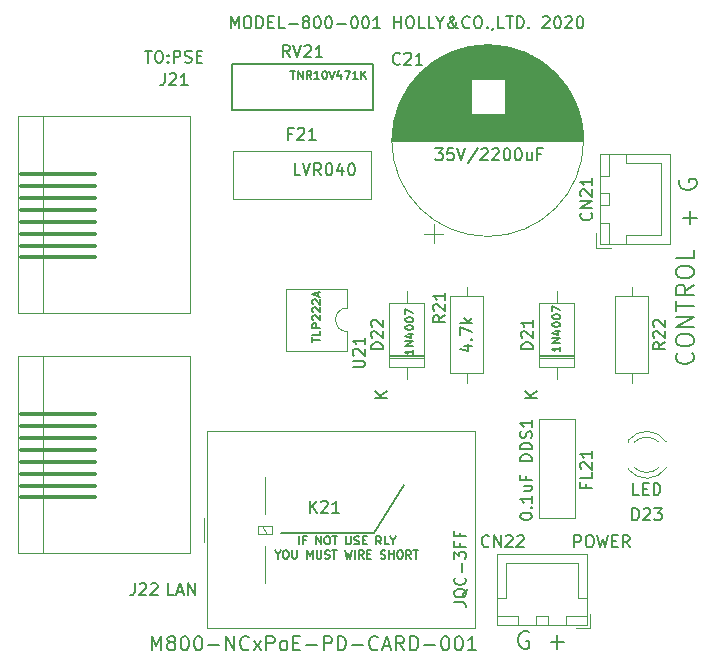
<source format=gbr>
%TF.GenerationSoftware,KiCad,Pcbnew,5.1.6-c6e7f7d~87~ubuntu18.04.1*%
%TF.CreationDate,2020-07-24T23:53:58+09:00*%
%TF.ProjectId,001,3030312e-6b69-4636-9164-5f7063625858,001*%
%TF.SameCoordinates,Original*%
%TF.FileFunction,Legend,Top*%
%TF.FilePolarity,Positive*%
%FSLAX46Y46*%
G04 Gerber Fmt 4.6, Leading zero omitted, Abs format (unit mm)*
G04 Created by KiCad (PCBNEW 5.1.6-c6e7f7d~87~ubuntu18.04.1) date 2020-07-24 23:53:58*
%MOMM*%
%LPD*%
G01*
G04 APERTURE LIST*
%ADD10C,0.150000*%
%ADD11C,0.120000*%
%ADD12C,0.300000*%
G04 APERTURE END LIST*
D10*
X187317142Y-107132380D02*
X186840952Y-107132380D01*
X186840952Y-106132380D01*
X187602857Y-106846666D02*
X188079047Y-106846666D01*
X187507619Y-107132380D02*
X187840952Y-106132380D01*
X188174285Y-107132380D01*
X188507619Y-107132380D02*
X188507619Y-106132380D01*
X189079047Y-107132380D01*
X189079047Y-106132380D01*
X184848809Y-61047380D02*
X185420238Y-61047380D01*
X185134523Y-62047380D02*
X185134523Y-61047380D01*
X185944047Y-61047380D02*
X186134523Y-61047380D01*
X186229761Y-61095000D01*
X186325000Y-61190238D01*
X186372619Y-61380714D01*
X186372619Y-61714047D01*
X186325000Y-61904523D01*
X186229761Y-61999761D01*
X186134523Y-62047380D01*
X185944047Y-62047380D01*
X185848809Y-61999761D01*
X185753571Y-61904523D01*
X185705952Y-61714047D01*
X185705952Y-61380714D01*
X185753571Y-61190238D01*
X185848809Y-61095000D01*
X185944047Y-61047380D01*
X186801190Y-61952142D02*
X186848809Y-61999761D01*
X186801190Y-62047380D01*
X186753571Y-61999761D01*
X186801190Y-61952142D01*
X186801190Y-62047380D01*
X186801190Y-61428333D02*
X186848809Y-61475952D01*
X186801190Y-61523571D01*
X186753571Y-61475952D01*
X186801190Y-61428333D01*
X186801190Y-61523571D01*
X187277380Y-62047380D02*
X187277380Y-61047380D01*
X187658333Y-61047380D01*
X187753571Y-61095000D01*
X187801190Y-61142619D01*
X187848809Y-61237857D01*
X187848809Y-61380714D01*
X187801190Y-61475952D01*
X187753571Y-61523571D01*
X187658333Y-61571190D01*
X187277380Y-61571190D01*
X188229761Y-61999761D02*
X188372619Y-62047380D01*
X188610714Y-62047380D01*
X188705952Y-61999761D01*
X188753571Y-61952142D01*
X188801190Y-61856904D01*
X188801190Y-61761666D01*
X188753571Y-61666428D01*
X188705952Y-61618809D01*
X188610714Y-61571190D01*
X188420238Y-61523571D01*
X188325000Y-61475952D01*
X188277380Y-61428333D01*
X188229761Y-61333095D01*
X188229761Y-61237857D01*
X188277380Y-61142619D01*
X188325000Y-61095000D01*
X188420238Y-61047380D01*
X188658333Y-61047380D01*
X188801190Y-61095000D01*
X189229761Y-61523571D02*
X189563095Y-61523571D01*
X189705952Y-62047380D02*
X189229761Y-62047380D01*
X189229761Y-61047380D01*
X189705952Y-61047380D01*
X230993142Y-75743428D02*
X230993142Y-74600571D01*
X231564571Y-75172000D02*
X230421714Y-75172000D01*
X230136000Y-71957714D02*
X230064571Y-72100571D01*
X230064571Y-72314857D01*
X230136000Y-72529142D01*
X230278857Y-72672000D01*
X230421714Y-72743428D01*
X230707428Y-72814857D01*
X230921714Y-72814857D01*
X231207428Y-72743428D01*
X231350285Y-72672000D01*
X231493142Y-72529142D01*
X231564571Y-72314857D01*
X231564571Y-72172000D01*
X231493142Y-71957714D01*
X231421714Y-71886285D01*
X230921714Y-71886285D01*
X230921714Y-72172000D01*
X231167714Y-86625428D02*
X231239142Y-86696857D01*
X231310571Y-86911142D01*
X231310571Y-87054000D01*
X231239142Y-87268285D01*
X231096285Y-87411142D01*
X230953428Y-87482571D01*
X230667714Y-87554000D01*
X230453428Y-87554000D01*
X230167714Y-87482571D01*
X230024857Y-87411142D01*
X229882000Y-87268285D01*
X229810571Y-87054000D01*
X229810571Y-86911142D01*
X229882000Y-86696857D01*
X229953428Y-86625428D01*
X229810571Y-85696857D02*
X229810571Y-85411142D01*
X229882000Y-85268285D01*
X230024857Y-85125428D01*
X230310571Y-85054000D01*
X230810571Y-85054000D01*
X231096285Y-85125428D01*
X231239142Y-85268285D01*
X231310571Y-85411142D01*
X231310571Y-85696857D01*
X231239142Y-85839714D01*
X231096285Y-85982571D01*
X230810571Y-86054000D01*
X230310571Y-86054000D01*
X230024857Y-85982571D01*
X229882000Y-85839714D01*
X229810571Y-85696857D01*
X231310571Y-84411142D02*
X229810571Y-84411142D01*
X231310571Y-83554000D01*
X229810571Y-83554000D01*
X229810571Y-83054000D02*
X229810571Y-82196857D01*
X231310571Y-82625428D02*
X229810571Y-82625428D01*
X231310571Y-80839714D02*
X230596285Y-81339714D01*
X231310571Y-81696857D02*
X229810571Y-81696857D01*
X229810571Y-81125428D01*
X229882000Y-80982571D01*
X229953428Y-80911142D01*
X230096285Y-80839714D01*
X230310571Y-80839714D01*
X230453428Y-80911142D01*
X230524857Y-80982571D01*
X230596285Y-81125428D01*
X230596285Y-81696857D01*
X229810571Y-79911142D02*
X229810571Y-79625428D01*
X229882000Y-79482571D01*
X230024857Y-79339714D01*
X230310571Y-79268285D01*
X230810571Y-79268285D01*
X231096285Y-79339714D01*
X231239142Y-79482571D01*
X231310571Y-79625428D01*
X231310571Y-79911142D01*
X231239142Y-80054000D01*
X231096285Y-80196857D01*
X230810571Y-80268285D01*
X230310571Y-80268285D01*
X230024857Y-80196857D01*
X229882000Y-80054000D01*
X229810571Y-79911142D01*
X231310571Y-77911142D02*
X231310571Y-78625428D01*
X229810571Y-78625428D01*
X217332857Y-110248000D02*
X217190000Y-110176571D01*
X216975714Y-110176571D01*
X216761428Y-110248000D01*
X216618571Y-110390857D01*
X216547142Y-110533714D01*
X216475714Y-110819428D01*
X216475714Y-111033714D01*
X216547142Y-111319428D01*
X216618571Y-111462285D01*
X216761428Y-111605142D01*
X216975714Y-111676571D01*
X217118571Y-111676571D01*
X217332857Y-111605142D01*
X217404285Y-111533714D01*
X217404285Y-111033714D01*
X217118571Y-111033714D01*
X219190000Y-111105142D02*
X220332857Y-111105142D01*
X219761428Y-111676571D02*
X219761428Y-110533714D01*
X221210476Y-103068380D02*
X221210476Y-102068380D01*
X221591428Y-102068380D01*
X221686666Y-102116000D01*
X221734285Y-102163619D01*
X221781904Y-102258857D01*
X221781904Y-102401714D01*
X221734285Y-102496952D01*
X221686666Y-102544571D01*
X221591428Y-102592190D01*
X221210476Y-102592190D01*
X222400952Y-102068380D02*
X222591428Y-102068380D01*
X222686666Y-102116000D01*
X222781904Y-102211238D01*
X222829523Y-102401714D01*
X222829523Y-102735047D01*
X222781904Y-102925523D01*
X222686666Y-103020761D01*
X222591428Y-103068380D01*
X222400952Y-103068380D01*
X222305714Y-103020761D01*
X222210476Y-102925523D01*
X222162857Y-102735047D01*
X222162857Y-102401714D01*
X222210476Y-102211238D01*
X222305714Y-102116000D01*
X222400952Y-102068380D01*
X223162857Y-102068380D02*
X223400952Y-103068380D01*
X223591428Y-102354095D01*
X223781904Y-103068380D01*
X224020000Y-102068380D01*
X224400952Y-102544571D02*
X224734285Y-102544571D01*
X224877142Y-103068380D02*
X224400952Y-103068380D01*
X224400952Y-102068380D01*
X224877142Y-102068380D01*
X225877142Y-103068380D02*
X225543809Y-102592190D01*
X225305714Y-103068380D02*
X225305714Y-102068380D01*
X225686666Y-102068380D01*
X225781904Y-102116000D01*
X225829523Y-102163619D01*
X225877142Y-102258857D01*
X225877142Y-102401714D01*
X225829523Y-102496952D01*
X225781904Y-102544571D01*
X225686666Y-102592190D01*
X225305714Y-102592190D01*
X192105238Y-59126380D02*
X192105238Y-58126380D01*
X192438571Y-58840666D01*
X192771904Y-58126380D01*
X192771904Y-59126380D01*
X193438571Y-58126380D02*
X193629047Y-58126380D01*
X193724285Y-58174000D01*
X193819523Y-58269238D01*
X193867142Y-58459714D01*
X193867142Y-58793047D01*
X193819523Y-58983523D01*
X193724285Y-59078761D01*
X193629047Y-59126380D01*
X193438571Y-59126380D01*
X193343333Y-59078761D01*
X193248095Y-58983523D01*
X193200476Y-58793047D01*
X193200476Y-58459714D01*
X193248095Y-58269238D01*
X193343333Y-58174000D01*
X193438571Y-58126380D01*
X194295714Y-59126380D02*
X194295714Y-58126380D01*
X194533809Y-58126380D01*
X194676666Y-58174000D01*
X194771904Y-58269238D01*
X194819523Y-58364476D01*
X194867142Y-58554952D01*
X194867142Y-58697809D01*
X194819523Y-58888285D01*
X194771904Y-58983523D01*
X194676666Y-59078761D01*
X194533809Y-59126380D01*
X194295714Y-59126380D01*
X195295714Y-58602571D02*
X195629047Y-58602571D01*
X195771904Y-59126380D02*
X195295714Y-59126380D01*
X195295714Y-58126380D01*
X195771904Y-58126380D01*
X196676666Y-59126380D02*
X196200476Y-59126380D01*
X196200476Y-58126380D01*
X197010000Y-58745428D02*
X197771904Y-58745428D01*
X198390952Y-58554952D02*
X198295714Y-58507333D01*
X198248095Y-58459714D01*
X198200476Y-58364476D01*
X198200476Y-58316857D01*
X198248095Y-58221619D01*
X198295714Y-58174000D01*
X198390952Y-58126380D01*
X198581428Y-58126380D01*
X198676666Y-58174000D01*
X198724285Y-58221619D01*
X198771904Y-58316857D01*
X198771904Y-58364476D01*
X198724285Y-58459714D01*
X198676666Y-58507333D01*
X198581428Y-58554952D01*
X198390952Y-58554952D01*
X198295714Y-58602571D01*
X198248095Y-58650190D01*
X198200476Y-58745428D01*
X198200476Y-58935904D01*
X198248095Y-59031142D01*
X198295714Y-59078761D01*
X198390952Y-59126380D01*
X198581428Y-59126380D01*
X198676666Y-59078761D01*
X198724285Y-59031142D01*
X198771904Y-58935904D01*
X198771904Y-58745428D01*
X198724285Y-58650190D01*
X198676666Y-58602571D01*
X198581428Y-58554952D01*
X199390952Y-58126380D02*
X199486190Y-58126380D01*
X199581428Y-58174000D01*
X199629047Y-58221619D01*
X199676666Y-58316857D01*
X199724285Y-58507333D01*
X199724285Y-58745428D01*
X199676666Y-58935904D01*
X199629047Y-59031142D01*
X199581428Y-59078761D01*
X199486190Y-59126380D01*
X199390952Y-59126380D01*
X199295714Y-59078761D01*
X199248095Y-59031142D01*
X199200476Y-58935904D01*
X199152857Y-58745428D01*
X199152857Y-58507333D01*
X199200476Y-58316857D01*
X199248095Y-58221619D01*
X199295714Y-58174000D01*
X199390952Y-58126380D01*
X200343333Y-58126380D02*
X200438571Y-58126380D01*
X200533809Y-58174000D01*
X200581428Y-58221619D01*
X200629047Y-58316857D01*
X200676666Y-58507333D01*
X200676666Y-58745428D01*
X200629047Y-58935904D01*
X200581428Y-59031142D01*
X200533809Y-59078761D01*
X200438571Y-59126380D01*
X200343333Y-59126380D01*
X200248095Y-59078761D01*
X200200476Y-59031142D01*
X200152857Y-58935904D01*
X200105238Y-58745428D01*
X200105238Y-58507333D01*
X200152857Y-58316857D01*
X200200476Y-58221619D01*
X200248095Y-58174000D01*
X200343333Y-58126380D01*
X201105238Y-58745428D02*
X201867142Y-58745428D01*
X202533809Y-58126380D02*
X202629047Y-58126380D01*
X202724285Y-58174000D01*
X202771904Y-58221619D01*
X202819523Y-58316857D01*
X202867142Y-58507333D01*
X202867142Y-58745428D01*
X202819523Y-58935904D01*
X202771904Y-59031142D01*
X202724285Y-59078761D01*
X202629047Y-59126380D01*
X202533809Y-59126380D01*
X202438571Y-59078761D01*
X202390952Y-59031142D01*
X202343333Y-58935904D01*
X202295714Y-58745428D01*
X202295714Y-58507333D01*
X202343333Y-58316857D01*
X202390952Y-58221619D01*
X202438571Y-58174000D01*
X202533809Y-58126380D01*
X203486190Y-58126380D02*
X203581428Y-58126380D01*
X203676666Y-58174000D01*
X203724285Y-58221619D01*
X203771904Y-58316857D01*
X203819523Y-58507333D01*
X203819523Y-58745428D01*
X203771904Y-58935904D01*
X203724285Y-59031142D01*
X203676666Y-59078761D01*
X203581428Y-59126380D01*
X203486190Y-59126380D01*
X203390952Y-59078761D01*
X203343333Y-59031142D01*
X203295714Y-58935904D01*
X203248095Y-58745428D01*
X203248095Y-58507333D01*
X203295714Y-58316857D01*
X203343333Y-58221619D01*
X203390952Y-58174000D01*
X203486190Y-58126380D01*
X204771904Y-59126380D02*
X204200476Y-59126380D01*
X204486190Y-59126380D02*
X204486190Y-58126380D01*
X204390952Y-58269238D01*
X204295714Y-58364476D01*
X204200476Y-58412095D01*
X205962380Y-59126380D02*
X205962380Y-58126380D01*
X205962380Y-58602571D02*
X206533809Y-58602571D01*
X206533809Y-59126380D02*
X206533809Y-58126380D01*
X207200476Y-58126380D02*
X207390952Y-58126380D01*
X207486190Y-58174000D01*
X207581428Y-58269238D01*
X207629047Y-58459714D01*
X207629047Y-58793047D01*
X207581428Y-58983523D01*
X207486190Y-59078761D01*
X207390952Y-59126380D01*
X207200476Y-59126380D01*
X207105238Y-59078761D01*
X207010000Y-58983523D01*
X206962380Y-58793047D01*
X206962380Y-58459714D01*
X207010000Y-58269238D01*
X207105238Y-58174000D01*
X207200476Y-58126380D01*
X208533809Y-59126380D02*
X208057619Y-59126380D01*
X208057619Y-58126380D01*
X209343333Y-59126380D02*
X208867142Y-59126380D01*
X208867142Y-58126380D01*
X209867142Y-58650190D02*
X209867142Y-59126380D01*
X209533809Y-58126380D02*
X209867142Y-58650190D01*
X210200476Y-58126380D01*
X211343333Y-59126380D02*
X211295714Y-59126380D01*
X211200476Y-59078761D01*
X211057619Y-58935904D01*
X210819523Y-58650190D01*
X210724285Y-58507333D01*
X210676666Y-58364476D01*
X210676666Y-58269238D01*
X210724285Y-58174000D01*
X210819523Y-58126380D01*
X210867142Y-58126380D01*
X210962380Y-58174000D01*
X211010000Y-58269238D01*
X211010000Y-58316857D01*
X210962380Y-58412095D01*
X210914761Y-58459714D01*
X210629047Y-58650190D01*
X210581428Y-58697809D01*
X210533809Y-58793047D01*
X210533809Y-58935904D01*
X210581428Y-59031142D01*
X210629047Y-59078761D01*
X210724285Y-59126380D01*
X210867142Y-59126380D01*
X210962380Y-59078761D01*
X211010000Y-59031142D01*
X211152857Y-58840666D01*
X211200476Y-58697809D01*
X211200476Y-58602571D01*
X212343333Y-59031142D02*
X212295714Y-59078761D01*
X212152857Y-59126380D01*
X212057619Y-59126380D01*
X211914761Y-59078761D01*
X211819523Y-58983523D01*
X211771904Y-58888285D01*
X211724285Y-58697809D01*
X211724285Y-58554952D01*
X211771904Y-58364476D01*
X211819523Y-58269238D01*
X211914761Y-58174000D01*
X212057619Y-58126380D01*
X212152857Y-58126380D01*
X212295714Y-58174000D01*
X212343333Y-58221619D01*
X212962380Y-58126380D02*
X213152857Y-58126380D01*
X213248095Y-58174000D01*
X213343333Y-58269238D01*
X213390952Y-58459714D01*
X213390952Y-58793047D01*
X213343333Y-58983523D01*
X213248095Y-59078761D01*
X213152857Y-59126380D01*
X212962380Y-59126380D01*
X212867142Y-59078761D01*
X212771904Y-58983523D01*
X212724285Y-58793047D01*
X212724285Y-58459714D01*
X212771904Y-58269238D01*
X212867142Y-58174000D01*
X212962380Y-58126380D01*
X213819523Y-59031142D02*
X213867142Y-59078761D01*
X213819523Y-59126380D01*
X213771904Y-59078761D01*
X213819523Y-59031142D01*
X213819523Y-59126380D01*
X214343333Y-59078761D02*
X214343333Y-59126380D01*
X214295714Y-59221619D01*
X214248095Y-59269238D01*
X215248095Y-59126380D02*
X214771904Y-59126380D01*
X214771904Y-58126380D01*
X215438571Y-58126380D02*
X216010000Y-58126380D01*
X215724285Y-59126380D02*
X215724285Y-58126380D01*
X216343333Y-59126380D02*
X216343333Y-58126380D01*
X216581428Y-58126380D01*
X216724285Y-58174000D01*
X216819523Y-58269238D01*
X216867142Y-58364476D01*
X216914761Y-58554952D01*
X216914761Y-58697809D01*
X216867142Y-58888285D01*
X216819523Y-58983523D01*
X216724285Y-59078761D01*
X216581428Y-59126380D01*
X216343333Y-59126380D01*
X217343333Y-59031142D02*
X217390952Y-59078761D01*
X217343333Y-59126380D01*
X217295714Y-59078761D01*
X217343333Y-59031142D01*
X217343333Y-59126380D01*
X218533809Y-58221619D02*
X218581428Y-58174000D01*
X218676666Y-58126380D01*
X218914761Y-58126380D01*
X219010000Y-58174000D01*
X219057619Y-58221619D01*
X219105238Y-58316857D01*
X219105238Y-58412095D01*
X219057619Y-58554952D01*
X218486190Y-59126380D01*
X219105238Y-59126380D01*
X219724285Y-58126380D02*
X219819523Y-58126380D01*
X219914761Y-58174000D01*
X219962380Y-58221619D01*
X220010000Y-58316857D01*
X220057619Y-58507333D01*
X220057619Y-58745428D01*
X220010000Y-58935904D01*
X219962380Y-59031142D01*
X219914761Y-59078761D01*
X219819523Y-59126380D01*
X219724285Y-59126380D01*
X219629047Y-59078761D01*
X219581428Y-59031142D01*
X219533809Y-58935904D01*
X219486190Y-58745428D01*
X219486190Y-58507333D01*
X219533809Y-58316857D01*
X219581428Y-58221619D01*
X219629047Y-58174000D01*
X219724285Y-58126380D01*
X220438571Y-58221619D02*
X220486190Y-58174000D01*
X220581428Y-58126380D01*
X220819523Y-58126380D01*
X220914761Y-58174000D01*
X220962380Y-58221619D01*
X221010000Y-58316857D01*
X221010000Y-58412095D01*
X220962380Y-58554952D01*
X220390952Y-59126380D01*
X221010000Y-59126380D01*
X221629047Y-58126380D02*
X221724285Y-58126380D01*
X221819523Y-58174000D01*
X221867142Y-58221619D01*
X221914761Y-58316857D01*
X221962380Y-58507333D01*
X221962380Y-58745428D01*
X221914761Y-58935904D01*
X221867142Y-59031142D01*
X221819523Y-59078761D01*
X221724285Y-59126380D01*
X221629047Y-59126380D01*
X221533809Y-59078761D01*
X221486190Y-59031142D01*
X221438571Y-58935904D01*
X221390952Y-58745428D01*
X221390952Y-58507333D01*
X221438571Y-58316857D01*
X221486190Y-58221619D01*
X221533809Y-58174000D01*
X221629047Y-58126380D01*
X185421714Y-111794857D02*
X185421714Y-110594857D01*
X185821714Y-111452000D01*
X186221714Y-110594857D01*
X186221714Y-111794857D01*
X186964571Y-111109142D02*
X186850285Y-111052000D01*
X186793142Y-110994857D01*
X186736000Y-110880571D01*
X186736000Y-110823428D01*
X186793142Y-110709142D01*
X186850285Y-110652000D01*
X186964571Y-110594857D01*
X187193142Y-110594857D01*
X187307428Y-110652000D01*
X187364571Y-110709142D01*
X187421714Y-110823428D01*
X187421714Y-110880571D01*
X187364571Y-110994857D01*
X187307428Y-111052000D01*
X187193142Y-111109142D01*
X186964571Y-111109142D01*
X186850285Y-111166285D01*
X186793142Y-111223428D01*
X186736000Y-111337714D01*
X186736000Y-111566285D01*
X186793142Y-111680571D01*
X186850285Y-111737714D01*
X186964571Y-111794857D01*
X187193142Y-111794857D01*
X187307428Y-111737714D01*
X187364571Y-111680571D01*
X187421714Y-111566285D01*
X187421714Y-111337714D01*
X187364571Y-111223428D01*
X187307428Y-111166285D01*
X187193142Y-111109142D01*
X188164571Y-110594857D02*
X188278857Y-110594857D01*
X188393142Y-110652000D01*
X188450285Y-110709142D01*
X188507428Y-110823428D01*
X188564571Y-111052000D01*
X188564571Y-111337714D01*
X188507428Y-111566285D01*
X188450285Y-111680571D01*
X188393142Y-111737714D01*
X188278857Y-111794857D01*
X188164571Y-111794857D01*
X188050285Y-111737714D01*
X187993142Y-111680571D01*
X187936000Y-111566285D01*
X187878857Y-111337714D01*
X187878857Y-111052000D01*
X187936000Y-110823428D01*
X187993142Y-110709142D01*
X188050285Y-110652000D01*
X188164571Y-110594857D01*
X189307428Y-110594857D02*
X189421714Y-110594857D01*
X189536000Y-110652000D01*
X189593142Y-110709142D01*
X189650285Y-110823428D01*
X189707428Y-111052000D01*
X189707428Y-111337714D01*
X189650285Y-111566285D01*
X189593142Y-111680571D01*
X189536000Y-111737714D01*
X189421714Y-111794857D01*
X189307428Y-111794857D01*
X189193142Y-111737714D01*
X189136000Y-111680571D01*
X189078857Y-111566285D01*
X189021714Y-111337714D01*
X189021714Y-111052000D01*
X189078857Y-110823428D01*
X189136000Y-110709142D01*
X189193142Y-110652000D01*
X189307428Y-110594857D01*
X190221714Y-111337714D02*
X191136000Y-111337714D01*
X191707428Y-111794857D02*
X191707428Y-110594857D01*
X192393142Y-111794857D01*
X192393142Y-110594857D01*
X193650285Y-111680571D02*
X193593142Y-111737714D01*
X193421714Y-111794857D01*
X193307428Y-111794857D01*
X193136000Y-111737714D01*
X193021714Y-111623428D01*
X192964571Y-111509142D01*
X192907428Y-111280571D01*
X192907428Y-111109142D01*
X192964571Y-110880571D01*
X193021714Y-110766285D01*
X193136000Y-110652000D01*
X193307428Y-110594857D01*
X193421714Y-110594857D01*
X193593142Y-110652000D01*
X193650285Y-110709142D01*
X194050285Y-111794857D02*
X194678857Y-110994857D01*
X194050285Y-110994857D02*
X194678857Y-111794857D01*
X195136000Y-111794857D02*
X195136000Y-110594857D01*
X195593142Y-110594857D01*
X195707428Y-110652000D01*
X195764571Y-110709142D01*
X195821714Y-110823428D01*
X195821714Y-110994857D01*
X195764571Y-111109142D01*
X195707428Y-111166285D01*
X195593142Y-111223428D01*
X195136000Y-111223428D01*
X196507428Y-111794857D02*
X196393142Y-111737714D01*
X196336000Y-111680571D01*
X196278857Y-111566285D01*
X196278857Y-111223428D01*
X196336000Y-111109142D01*
X196393142Y-111052000D01*
X196507428Y-110994857D01*
X196678857Y-110994857D01*
X196793142Y-111052000D01*
X196850285Y-111109142D01*
X196907428Y-111223428D01*
X196907428Y-111566285D01*
X196850285Y-111680571D01*
X196793142Y-111737714D01*
X196678857Y-111794857D01*
X196507428Y-111794857D01*
X197421714Y-111166285D02*
X197821714Y-111166285D01*
X197993142Y-111794857D02*
X197421714Y-111794857D01*
X197421714Y-110594857D01*
X197993142Y-110594857D01*
X198507428Y-111337714D02*
X199421714Y-111337714D01*
X199993142Y-111794857D02*
X199993142Y-110594857D01*
X200450285Y-110594857D01*
X200564571Y-110652000D01*
X200621714Y-110709142D01*
X200678857Y-110823428D01*
X200678857Y-110994857D01*
X200621714Y-111109142D01*
X200564571Y-111166285D01*
X200450285Y-111223428D01*
X199993142Y-111223428D01*
X201193142Y-111794857D02*
X201193142Y-110594857D01*
X201478857Y-110594857D01*
X201650285Y-110652000D01*
X201764571Y-110766285D01*
X201821714Y-110880571D01*
X201878857Y-111109142D01*
X201878857Y-111280571D01*
X201821714Y-111509142D01*
X201764571Y-111623428D01*
X201650285Y-111737714D01*
X201478857Y-111794857D01*
X201193142Y-111794857D01*
X202393142Y-111337714D02*
X203307428Y-111337714D01*
X204564571Y-111680571D02*
X204507428Y-111737714D01*
X204336000Y-111794857D01*
X204221714Y-111794857D01*
X204050285Y-111737714D01*
X203936000Y-111623428D01*
X203878857Y-111509142D01*
X203821714Y-111280571D01*
X203821714Y-111109142D01*
X203878857Y-110880571D01*
X203936000Y-110766285D01*
X204050285Y-110652000D01*
X204221714Y-110594857D01*
X204336000Y-110594857D01*
X204507428Y-110652000D01*
X204564571Y-110709142D01*
X205021714Y-111452000D02*
X205593142Y-111452000D01*
X204907428Y-111794857D02*
X205307428Y-110594857D01*
X205707428Y-111794857D01*
X206793142Y-111794857D02*
X206393142Y-111223428D01*
X206107428Y-111794857D02*
X206107428Y-110594857D01*
X206564571Y-110594857D01*
X206678857Y-110652000D01*
X206736000Y-110709142D01*
X206793142Y-110823428D01*
X206793142Y-110994857D01*
X206736000Y-111109142D01*
X206678857Y-111166285D01*
X206564571Y-111223428D01*
X206107428Y-111223428D01*
X207307428Y-111794857D02*
X207307428Y-110594857D01*
X207593142Y-110594857D01*
X207764571Y-110652000D01*
X207878857Y-110766285D01*
X207936000Y-110880571D01*
X207993142Y-111109142D01*
X207993142Y-111280571D01*
X207936000Y-111509142D01*
X207878857Y-111623428D01*
X207764571Y-111737714D01*
X207593142Y-111794857D01*
X207307428Y-111794857D01*
X208507428Y-111337714D02*
X209421714Y-111337714D01*
X210221714Y-110594857D02*
X210336000Y-110594857D01*
X210450285Y-110652000D01*
X210507428Y-110709142D01*
X210564571Y-110823428D01*
X210621714Y-111052000D01*
X210621714Y-111337714D01*
X210564571Y-111566285D01*
X210507428Y-111680571D01*
X210450285Y-111737714D01*
X210336000Y-111794857D01*
X210221714Y-111794857D01*
X210107428Y-111737714D01*
X210050285Y-111680571D01*
X209993142Y-111566285D01*
X209936000Y-111337714D01*
X209936000Y-111052000D01*
X209993142Y-110823428D01*
X210050285Y-110709142D01*
X210107428Y-110652000D01*
X210221714Y-110594857D01*
X211364571Y-110594857D02*
X211478857Y-110594857D01*
X211593142Y-110652000D01*
X211650285Y-110709142D01*
X211707428Y-110823428D01*
X211764571Y-111052000D01*
X211764571Y-111337714D01*
X211707428Y-111566285D01*
X211650285Y-111680571D01*
X211593142Y-111737714D01*
X211478857Y-111794857D01*
X211364571Y-111794857D01*
X211250285Y-111737714D01*
X211193142Y-111680571D01*
X211136000Y-111566285D01*
X211078857Y-111337714D01*
X211078857Y-111052000D01*
X211136000Y-110823428D01*
X211193142Y-110709142D01*
X211250285Y-110652000D01*
X211364571Y-110594857D01*
X212907428Y-111794857D02*
X212221714Y-111794857D01*
X212564571Y-111794857D02*
X212564571Y-110594857D01*
X212450285Y-110766285D01*
X212336000Y-110880571D01*
X212221714Y-110937714D01*
X197880000Y-102840666D02*
X197880000Y-102140666D01*
X198446666Y-102474000D02*
X198213333Y-102474000D01*
X198213333Y-102840666D02*
X198213333Y-102140666D01*
X198546666Y-102140666D01*
X199346666Y-102840666D02*
X199346666Y-102140666D01*
X199746666Y-102840666D01*
X199746666Y-102140666D01*
X200213333Y-102140666D02*
X200346666Y-102140666D01*
X200413333Y-102174000D01*
X200480000Y-102240666D01*
X200513333Y-102374000D01*
X200513333Y-102607333D01*
X200480000Y-102740666D01*
X200413333Y-102807333D01*
X200346666Y-102840666D01*
X200213333Y-102840666D01*
X200146666Y-102807333D01*
X200080000Y-102740666D01*
X200046666Y-102607333D01*
X200046666Y-102374000D01*
X200080000Y-102240666D01*
X200146666Y-102174000D01*
X200213333Y-102140666D01*
X200713333Y-102140666D02*
X201113333Y-102140666D01*
X200913333Y-102840666D02*
X200913333Y-102140666D01*
X201880000Y-102140666D02*
X201880000Y-102707333D01*
X201913333Y-102774000D01*
X201946666Y-102807333D01*
X202013333Y-102840666D01*
X202146666Y-102840666D01*
X202213333Y-102807333D01*
X202246666Y-102774000D01*
X202280000Y-102707333D01*
X202280000Y-102140666D01*
X202580000Y-102807333D02*
X202680000Y-102840666D01*
X202846666Y-102840666D01*
X202913333Y-102807333D01*
X202946666Y-102774000D01*
X202980000Y-102707333D01*
X202980000Y-102640666D01*
X202946666Y-102574000D01*
X202913333Y-102540666D01*
X202846666Y-102507333D01*
X202713333Y-102474000D01*
X202646666Y-102440666D01*
X202613333Y-102407333D01*
X202580000Y-102340666D01*
X202580000Y-102274000D01*
X202613333Y-102207333D01*
X202646666Y-102174000D01*
X202713333Y-102140666D01*
X202880000Y-102140666D01*
X202980000Y-102174000D01*
X203280000Y-102474000D02*
X203513333Y-102474000D01*
X203613333Y-102840666D02*
X203280000Y-102840666D01*
X203280000Y-102140666D01*
X203613333Y-102140666D01*
X204846666Y-102840666D02*
X204613333Y-102507333D01*
X204446666Y-102840666D02*
X204446666Y-102140666D01*
X204713333Y-102140666D01*
X204780000Y-102174000D01*
X204813333Y-102207333D01*
X204846666Y-102274000D01*
X204846666Y-102374000D01*
X204813333Y-102440666D01*
X204780000Y-102474000D01*
X204713333Y-102507333D01*
X204446666Y-102507333D01*
X205480000Y-102840666D02*
X205146666Y-102840666D01*
X205146666Y-102140666D01*
X205846666Y-102507333D02*
X205846666Y-102840666D01*
X205613333Y-102140666D02*
X205846666Y-102507333D01*
X206080000Y-102140666D01*
X196113333Y-103707333D02*
X196113333Y-104040666D01*
X195880000Y-103340666D02*
X196113333Y-103707333D01*
X196346666Y-103340666D01*
X196713333Y-103340666D02*
X196846666Y-103340666D01*
X196913333Y-103374000D01*
X196980000Y-103440666D01*
X197013333Y-103574000D01*
X197013333Y-103807333D01*
X196980000Y-103940666D01*
X196913333Y-104007333D01*
X196846666Y-104040666D01*
X196713333Y-104040666D01*
X196646666Y-104007333D01*
X196580000Y-103940666D01*
X196546666Y-103807333D01*
X196546666Y-103574000D01*
X196580000Y-103440666D01*
X196646666Y-103374000D01*
X196713333Y-103340666D01*
X197313333Y-103340666D02*
X197313333Y-103907333D01*
X197346666Y-103974000D01*
X197380000Y-104007333D01*
X197446666Y-104040666D01*
X197580000Y-104040666D01*
X197646666Y-104007333D01*
X197680000Y-103974000D01*
X197713333Y-103907333D01*
X197713333Y-103340666D01*
X198580000Y-104040666D02*
X198580000Y-103340666D01*
X198813333Y-103840666D01*
X199046666Y-103340666D01*
X199046666Y-104040666D01*
X199380000Y-103340666D02*
X199380000Y-103907333D01*
X199413333Y-103974000D01*
X199446666Y-104007333D01*
X199513333Y-104040666D01*
X199646666Y-104040666D01*
X199713333Y-104007333D01*
X199746666Y-103974000D01*
X199780000Y-103907333D01*
X199780000Y-103340666D01*
X200080000Y-104007333D02*
X200180000Y-104040666D01*
X200346666Y-104040666D01*
X200413333Y-104007333D01*
X200446666Y-103974000D01*
X200480000Y-103907333D01*
X200480000Y-103840666D01*
X200446666Y-103774000D01*
X200413333Y-103740666D01*
X200346666Y-103707333D01*
X200213333Y-103674000D01*
X200146666Y-103640666D01*
X200113333Y-103607333D01*
X200080000Y-103540666D01*
X200080000Y-103474000D01*
X200113333Y-103407333D01*
X200146666Y-103374000D01*
X200213333Y-103340666D01*
X200380000Y-103340666D01*
X200480000Y-103374000D01*
X200680000Y-103340666D02*
X201080000Y-103340666D01*
X200880000Y-104040666D02*
X200880000Y-103340666D01*
X201780000Y-103340666D02*
X201946666Y-104040666D01*
X202080000Y-103540666D01*
X202213333Y-104040666D01*
X202380000Y-103340666D01*
X202646666Y-104040666D02*
X202646666Y-103340666D01*
X203380000Y-104040666D02*
X203146666Y-103707333D01*
X202980000Y-104040666D02*
X202980000Y-103340666D01*
X203246666Y-103340666D01*
X203313333Y-103374000D01*
X203346666Y-103407333D01*
X203380000Y-103474000D01*
X203380000Y-103574000D01*
X203346666Y-103640666D01*
X203313333Y-103674000D01*
X203246666Y-103707333D01*
X202980000Y-103707333D01*
X203680000Y-103674000D02*
X203913333Y-103674000D01*
X204013333Y-104040666D02*
X203680000Y-104040666D01*
X203680000Y-103340666D01*
X204013333Y-103340666D01*
X204813333Y-104007333D02*
X204913333Y-104040666D01*
X205080000Y-104040666D01*
X205146666Y-104007333D01*
X205180000Y-103974000D01*
X205213333Y-103907333D01*
X205213333Y-103840666D01*
X205180000Y-103774000D01*
X205146666Y-103740666D01*
X205080000Y-103707333D01*
X204946666Y-103674000D01*
X204880000Y-103640666D01*
X204846666Y-103607333D01*
X204813333Y-103540666D01*
X204813333Y-103474000D01*
X204846666Y-103407333D01*
X204880000Y-103374000D01*
X204946666Y-103340666D01*
X205113333Y-103340666D01*
X205213333Y-103374000D01*
X205513333Y-104040666D02*
X205513333Y-103340666D01*
X205513333Y-103674000D02*
X205913333Y-103674000D01*
X205913333Y-104040666D02*
X205913333Y-103340666D01*
X206380000Y-103340666D02*
X206513333Y-103340666D01*
X206580000Y-103374000D01*
X206646666Y-103440666D01*
X206680000Y-103574000D01*
X206680000Y-103807333D01*
X206646666Y-103940666D01*
X206580000Y-104007333D01*
X206513333Y-104040666D01*
X206380000Y-104040666D01*
X206313333Y-104007333D01*
X206246666Y-103940666D01*
X206213333Y-103807333D01*
X206213333Y-103574000D01*
X206246666Y-103440666D01*
X206313333Y-103374000D01*
X206380000Y-103340666D01*
X207380000Y-104040666D02*
X207146666Y-103707333D01*
X206980000Y-104040666D02*
X206980000Y-103340666D01*
X207246666Y-103340666D01*
X207313333Y-103374000D01*
X207346666Y-103407333D01*
X207380000Y-103474000D01*
X207380000Y-103574000D01*
X207346666Y-103640666D01*
X207313333Y-103674000D01*
X207246666Y-103707333D01*
X206980000Y-103707333D01*
X207580000Y-103340666D02*
X207980000Y-103340666D01*
X207780000Y-104040666D02*
X207780000Y-103340666D01*
X204216000Y-101854000D02*
X196342000Y-101854000D01*
X206756000Y-97790000D02*
X204216000Y-101854000D01*
D11*
%TO.C,J22*%
X188680000Y-86900000D02*
X188680000Y-103600000D01*
X188680000Y-103600000D02*
X174080000Y-103600000D01*
X174080000Y-103600000D02*
X174080000Y-86900000D01*
X174080000Y-86900000D02*
X188680000Y-86900000D01*
X176180000Y-86900000D02*
X176180000Y-103600000D01*
D12*
X180580000Y-98850000D02*
X174380000Y-98850000D01*
X180580000Y-97930000D02*
X174380000Y-97930000D01*
X180580000Y-96910000D02*
X174380000Y-96910000D01*
X180580000Y-95890000D02*
X174380000Y-95890000D01*
X180580000Y-94870000D02*
X174380000Y-94870000D01*
X180580000Y-93850000D02*
X174380000Y-93850000D01*
X180580000Y-92830000D02*
X174380000Y-92830000D01*
X180580000Y-91810000D02*
X174380000Y-91810000D01*
D11*
%TO.C,J21*%
X188680000Y-66580000D02*
X188680000Y-83280000D01*
X188680000Y-83280000D02*
X174080000Y-83280000D01*
X174080000Y-83280000D02*
X174080000Y-66580000D01*
X174080000Y-66580000D02*
X188680000Y-66580000D01*
X176180000Y-66580000D02*
X176180000Y-83280000D01*
D12*
X180580000Y-78530000D02*
X174380000Y-78530000D01*
X180580000Y-77610000D02*
X174380000Y-77610000D01*
X180580000Y-76590000D02*
X174380000Y-76590000D01*
X180580000Y-75570000D02*
X174380000Y-75570000D01*
X180580000Y-74550000D02*
X174380000Y-74550000D01*
X180580000Y-73530000D02*
X174380000Y-73530000D01*
X180580000Y-72510000D02*
X174380000Y-72510000D01*
X180580000Y-71490000D02*
X174380000Y-71490000D01*
D11*
%TO.C,K21*%
X194986000Y-100250000D02*
X194986000Y-97100000D01*
X194986000Y-106100000D02*
X194986000Y-102950000D01*
X189876000Y-102600000D02*
X189876000Y-100600000D01*
X195586000Y-101950000D02*
X195586000Y-101250000D01*
X194386000Y-101950000D02*
X195586000Y-101950000D01*
X194386000Y-101250000D02*
X194386000Y-101950000D01*
X195586000Y-101250000D02*
X194386000Y-101250000D01*
X195186000Y-101950000D02*
X194786000Y-101250000D01*
X212836000Y-109950000D02*
X212836000Y-93250000D01*
X190136000Y-109950000D02*
X212836000Y-109950000D01*
X190136000Y-93250000D02*
X190136000Y-109950000D01*
X212836000Y-93250000D02*
X190136000Y-93250000D01*
%TO.C,FL21*%
X221234000Y-100584000D02*
X221234000Y-92202000D01*
X218186000Y-100584000D02*
X221234000Y-100584000D01*
X218186000Y-92202000D02*
X218186000Y-100584000D01*
X221234000Y-92202000D02*
X218186000Y-92202000D01*
%TO.C,R22*%
X227430000Y-81820000D02*
X224690000Y-81820000D01*
X224690000Y-81820000D02*
X224690000Y-88360000D01*
X224690000Y-88360000D02*
X227430000Y-88360000D01*
X227430000Y-88360000D02*
X227430000Y-81820000D01*
X226060000Y-81050000D02*
X226060000Y-81820000D01*
X226060000Y-89130000D02*
X226060000Y-88360000D01*
%TO.C,D23*%
X225770000Y-94014000D02*
X225770000Y-94170000D01*
X225770000Y-96330000D02*
X225770000Y-96486000D01*
X228371130Y-96329837D02*
G75*
G02*
X226289039Y-96330000I-1041130J1079837D01*
G01*
X228371130Y-94170163D02*
G75*
G03*
X226289039Y-94170000I-1041130J-1079837D01*
G01*
X229002335Y-96328608D02*
G75*
G02*
X225770000Y-96485516I-1672335J1078608D01*
G01*
X229002335Y-94171392D02*
G75*
G03*
X225770000Y-94014484I-1672335J-1078608D01*
G01*
%TO.C,CN22*%
X222270000Y-109648000D02*
X222270000Y-103678000D01*
X222270000Y-103678000D02*
X214650000Y-103678000D01*
X214650000Y-103678000D02*
X214650000Y-109648000D01*
X214650000Y-109648000D02*
X222270000Y-109648000D01*
X218960000Y-109638000D02*
X218960000Y-108888000D01*
X218960000Y-108888000D02*
X217960000Y-108888000D01*
X217960000Y-108888000D02*
X217960000Y-109638000D01*
X217960000Y-109638000D02*
X218960000Y-109638000D01*
X222260000Y-109638000D02*
X222260000Y-108888000D01*
X222260000Y-108888000D02*
X220460000Y-108888000D01*
X220460000Y-108888000D02*
X220460000Y-109638000D01*
X220460000Y-109638000D02*
X222260000Y-109638000D01*
X216460000Y-109638000D02*
X216460000Y-108888000D01*
X216460000Y-108888000D02*
X214660000Y-108888000D01*
X214660000Y-108888000D02*
X214660000Y-109638000D01*
X214660000Y-109638000D02*
X216460000Y-109638000D01*
X222260000Y-107388000D02*
X221510000Y-107388000D01*
X221510000Y-107388000D02*
X221510000Y-104438000D01*
X221510000Y-104438000D02*
X218460000Y-104438000D01*
X214660000Y-107388000D02*
X215410000Y-107388000D01*
X215410000Y-107388000D02*
X215410000Y-104438000D01*
X215410000Y-104438000D02*
X218460000Y-104438000D01*
X221310000Y-109938000D02*
X222560000Y-109938000D01*
X222560000Y-109938000D02*
X222560000Y-108688000D01*
%TO.C,CN21*%
X223346000Y-77426500D02*
X229316000Y-77426500D01*
X229316000Y-77426500D02*
X229316000Y-69806500D01*
X229316000Y-69806500D02*
X223346000Y-69806500D01*
X223346000Y-69806500D02*
X223346000Y-77426500D01*
X223356000Y-74116500D02*
X224106000Y-74116500D01*
X224106000Y-74116500D02*
X224106000Y-73116500D01*
X224106000Y-73116500D02*
X223356000Y-73116500D01*
X223356000Y-73116500D02*
X223356000Y-74116500D01*
X223356000Y-77416500D02*
X224106000Y-77416500D01*
X224106000Y-77416500D02*
X224106000Y-75616500D01*
X224106000Y-75616500D02*
X223356000Y-75616500D01*
X223356000Y-75616500D02*
X223356000Y-77416500D01*
X223356000Y-71616500D02*
X224106000Y-71616500D01*
X224106000Y-71616500D02*
X224106000Y-69816500D01*
X224106000Y-69816500D02*
X223356000Y-69816500D01*
X223356000Y-69816500D02*
X223356000Y-71616500D01*
X225606000Y-77416500D02*
X225606000Y-76666500D01*
X225606000Y-76666500D02*
X228556000Y-76666500D01*
X228556000Y-76666500D02*
X228556000Y-73616500D01*
X225606000Y-69816500D02*
X225606000Y-70566500D01*
X225606000Y-70566500D02*
X228556000Y-70566500D01*
X228556000Y-70566500D02*
X228556000Y-73616500D01*
X223056000Y-76466500D02*
X223056000Y-77716500D01*
X223056000Y-77716500D02*
X224306000Y-77716500D01*
D10*
%TO.C,RV21*%
X204180000Y-62120000D02*
X192180000Y-62120000D01*
X204180000Y-66020000D02*
X192180000Y-66020000D01*
X192180000Y-66020000D02*
X192180000Y-62120000D01*
X204180000Y-66020000D02*
X204180000Y-62120000D01*
D11*
%TO.C,R21*%
X210720000Y-88360000D02*
X213460000Y-88360000D01*
X213460000Y-88360000D02*
X213460000Y-81820000D01*
X213460000Y-81820000D02*
X210720000Y-81820000D01*
X210720000Y-81820000D02*
X210720000Y-88360000D01*
X212090000Y-89130000D02*
X212090000Y-88360000D01*
X212090000Y-81050000D02*
X212090000Y-81820000D01*
%TO.C,C21*%
X208513000Y-76529491D02*
X210113000Y-76529491D01*
X209313000Y-77329491D02*
X209313000Y-75729491D01*
X213103000Y-60559000D02*
X214633000Y-60559000D01*
X212770000Y-60599000D02*
X214966000Y-60599000D01*
X212517000Y-60639000D02*
X215219000Y-60639000D01*
X212304000Y-60679000D02*
X215432000Y-60679000D01*
X212116000Y-60719000D02*
X215620000Y-60719000D01*
X211948000Y-60759000D02*
X215788000Y-60759000D01*
X211794000Y-60799000D02*
X215942000Y-60799000D01*
X211650000Y-60839000D02*
X216086000Y-60839000D01*
X211517000Y-60879000D02*
X216219000Y-60879000D01*
X211390000Y-60919000D02*
X216346000Y-60919000D01*
X211271000Y-60959000D02*
X216465000Y-60959000D01*
X211157000Y-60999000D02*
X216579000Y-60999000D01*
X211048000Y-61039000D02*
X216688000Y-61039000D01*
X210944000Y-61079000D02*
X216792000Y-61079000D01*
X210844000Y-61119000D02*
X216892000Y-61119000D01*
X210748000Y-61159000D02*
X216988000Y-61159000D01*
X210655000Y-61199000D02*
X217081000Y-61199000D01*
X210565000Y-61239000D02*
X217171000Y-61239000D01*
X210478000Y-61279000D02*
X217258000Y-61279000D01*
X210393000Y-61319000D02*
X217343000Y-61319000D01*
X210311000Y-61359000D02*
X217425000Y-61359000D01*
X210231000Y-61399000D02*
X217505000Y-61399000D01*
X210153000Y-61439000D02*
X217583000Y-61439000D01*
X210078000Y-61479000D02*
X217658000Y-61479000D01*
X210004000Y-61519000D02*
X217732000Y-61519000D01*
X209932000Y-61559000D02*
X217804000Y-61559000D01*
X209861000Y-61599000D02*
X217875000Y-61599000D01*
X209792000Y-61639000D02*
X217944000Y-61639000D01*
X209725000Y-61679000D02*
X218011000Y-61679000D01*
X209659000Y-61719000D02*
X218077000Y-61719000D01*
X209595000Y-61759000D02*
X218141000Y-61759000D01*
X209532000Y-61799000D02*
X218204000Y-61799000D01*
X209470000Y-61839000D02*
X218266000Y-61839000D01*
X209409000Y-61879000D02*
X218327000Y-61879000D01*
X209349000Y-61919000D02*
X218387000Y-61919000D01*
X209291000Y-61959000D02*
X218445000Y-61959000D01*
X209234000Y-61999000D02*
X218502000Y-61999000D01*
X209177000Y-62039000D02*
X218559000Y-62039000D01*
X209122000Y-62079000D02*
X218614000Y-62079000D01*
X209068000Y-62119000D02*
X218668000Y-62119000D01*
X209014000Y-62159000D02*
X218722000Y-62159000D01*
X208962000Y-62199000D02*
X218774000Y-62199000D01*
X208910000Y-62239000D02*
X218826000Y-62239000D01*
X208859000Y-62279000D02*
X218877000Y-62279000D01*
X208809000Y-62319000D02*
X218927000Y-62319000D01*
X208760000Y-62359000D02*
X218976000Y-62359000D01*
X208712000Y-62399000D02*
X219024000Y-62399000D01*
X208664000Y-62439000D02*
X219072000Y-62439000D01*
X208617000Y-62479000D02*
X219119000Y-62479000D01*
X208571000Y-62519000D02*
X219165000Y-62519000D01*
X208525000Y-62559000D02*
X219211000Y-62559000D01*
X208480000Y-62599000D02*
X219256000Y-62599000D01*
X208436000Y-62639000D02*
X219300000Y-62639000D01*
X208393000Y-62679000D02*
X219343000Y-62679000D01*
X208350000Y-62719000D02*
X219386000Y-62719000D01*
X208308000Y-62759000D02*
X219428000Y-62759000D01*
X208266000Y-62799000D02*
X219470000Y-62799000D01*
X208225000Y-62839000D02*
X219511000Y-62839000D01*
X208184000Y-62879000D02*
X219552000Y-62879000D01*
X208144000Y-62919000D02*
X219592000Y-62919000D01*
X208105000Y-62959000D02*
X219631000Y-62959000D01*
X208066000Y-62999000D02*
X219670000Y-62999000D01*
X208028000Y-63039000D02*
X219708000Y-63039000D01*
X207990000Y-63079000D02*
X219746000Y-63079000D01*
X207952000Y-63119000D02*
X219784000Y-63119000D01*
X207916000Y-63159000D02*
X219820000Y-63159000D01*
X207879000Y-63199000D02*
X219857000Y-63199000D01*
X207843000Y-63239000D02*
X219893000Y-63239000D01*
X207808000Y-63279000D02*
X219928000Y-63279000D01*
X207773000Y-63319000D02*
X219963000Y-63319000D01*
X207739000Y-63359000D02*
X219997000Y-63359000D01*
X207705000Y-63399000D02*
X220031000Y-63399000D01*
X207671000Y-63439000D02*
X220065000Y-63439000D01*
X215308000Y-63479000D02*
X220098000Y-63479000D01*
X207638000Y-63479000D02*
X212428000Y-63479000D01*
X215308000Y-63519000D02*
X220131000Y-63519000D01*
X207605000Y-63519000D02*
X212428000Y-63519000D01*
X215308000Y-63559000D02*
X220163000Y-63559000D01*
X207573000Y-63559000D02*
X212428000Y-63559000D01*
X215308000Y-63599000D02*
X220195000Y-63599000D01*
X207541000Y-63599000D02*
X212428000Y-63599000D01*
X215308000Y-63639000D02*
X220226000Y-63639000D01*
X207510000Y-63639000D02*
X212428000Y-63639000D01*
X215308000Y-63679000D02*
X220258000Y-63679000D01*
X207478000Y-63679000D02*
X212428000Y-63679000D01*
X215308000Y-63719000D02*
X220288000Y-63719000D01*
X207448000Y-63719000D02*
X212428000Y-63719000D01*
X215308000Y-63759000D02*
X220318000Y-63759000D01*
X207418000Y-63759000D02*
X212428000Y-63759000D01*
X215308000Y-63799000D02*
X220348000Y-63799000D01*
X207388000Y-63799000D02*
X212428000Y-63799000D01*
X215308000Y-63839000D02*
X220378000Y-63839000D01*
X207358000Y-63839000D02*
X212428000Y-63839000D01*
X215308000Y-63879000D02*
X220407000Y-63879000D01*
X207329000Y-63879000D02*
X212428000Y-63879000D01*
X215308000Y-63919000D02*
X220436000Y-63919000D01*
X207300000Y-63919000D02*
X212428000Y-63919000D01*
X215308000Y-63959000D02*
X220464000Y-63959000D01*
X207272000Y-63959000D02*
X212428000Y-63959000D01*
X215308000Y-63999000D02*
X220492000Y-63999000D01*
X207244000Y-63999000D02*
X212428000Y-63999000D01*
X215308000Y-64039000D02*
X220520000Y-64039000D01*
X207216000Y-64039000D02*
X212428000Y-64039000D01*
X215308000Y-64079000D02*
X220547000Y-64079000D01*
X207189000Y-64079000D02*
X212428000Y-64079000D01*
X215308000Y-64119000D02*
X220574000Y-64119000D01*
X207162000Y-64119000D02*
X212428000Y-64119000D01*
X215308000Y-64159000D02*
X220601000Y-64159000D01*
X207135000Y-64159000D02*
X212428000Y-64159000D01*
X215308000Y-64199000D02*
X220627000Y-64199000D01*
X207109000Y-64199000D02*
X212428000Y-64199000D01*
X215308000Y-64239000D02*
X220653000Y-64239000D01*
X207083000Y-64239000D02*
X212428000Y-64239000D01*
X215308000Y-64279000D02*
X220679000Y-64279000D01*
X207057000Y-64279000D02*
X212428000Y-64279000D01*
X215308000Y-64319000D02*
X220704000Y-64319000D01*
X207032000Y-64319000D02*
X212428000Y-64319000D01*
X215308000Y-64359000D02*
X220729000Y-64359000D01*
X207007000Y-64359000D02*
X212428000Y-64359000D01*
X215308000Y-64399000D02*
X220754000Y-64399000D01*
X206982000Y-64399000D02*
X212428000Y-64399000D01*
X215308000Y-64439000D02*
X220778000Y-64439000D01*
X206958000Y-64439000D02*
X212428000Y-64439000D01*
X215308000Y-64479000D02*
X220802000Y-64479000D01*
X206934000Y-64479000D02*
X212428000Y-64479000D01*
X215308000Y-64519000D02*
X220826000Y-64519000D01*
X206910000Y-64519000D02*
X212428000Y-64519000D01*
X215308000Y-64559000D02*
X220849000Y-64559000D01*
X206887000Y-64559000D02*
X212428000Y-64559000D01*
X215308000Y-64599000D02*
X220872000Y-64599000D01*
X206864000Y-64599000D02*
X212428000Y-64599000D01*
X215308000Y-64639000D02*
X220895000Y-64639000D01*
X206841000Y-64639000D02*
X212428000Y-64639000D01*
X215308000Y-64679000D02*
X220917000Y-64679000D01*
X206819000Y-64679000D02*
X212428000Y-64679000D01*
X215308000Y-64719000D02*
X220940000Y-64719000D01*
X206796000Y-64719000D02*
X212428000Y-64719000D01*
X215308000Y-64759000D02*
X220962000Y-64759000D01*
X206774000Y-64759000D02*
X212428000Y-64759000D01*
X215308000Y-64799000D02*
X220983000Y-64799000D01*
X206753000Y-64799000D02*
X212428000Y-64799000D01*
X215308000Y-64839000D02*
X221004000Y-64839000D01*
X206732000Y-64839000D02*
X212428000Y-64839000D01*
X215308000Y-64879000D02*
X221025000Y-64879000D01*
X206711000Y-64879000D02*
X212428000Y-64879000D01*
X215308000Y-64919000D02*
X221046000Y-64919000D01*
X206690000Y-64919000D02*
X212428000Y-64919000D01*
X215308000Y-64959000D02*
X221067000Y-64959000D01*
X206669000Y-64959000D02*
X212428000Y-64959000D01*
X215308000Y-64999000D02*
X221087000Y-64999000D01*
X206649000Y-64999000D02*
X212428000Y-64999000D01*
X215308000Y-65039000D02*
X221107000Y-65039000D01*
X206629000Y-65039000D02*
X212428000Y-65039000D01*
X215308000Y-65079000D02*
X221126000Y-65079000D01*
X206610000Y-65079000D02*
X212428000Y-65079000D01*
X215308000Y-65119000D02*
X221146000Y-65119000D01*
X206590000Y-65119000D02*
X212428000Y-65119000D01*
X215308000Y-65159000D02*
X221165000Y-65159000D01*
X206571000Y-65159000D02*
X212428000Y-65159000D01*
X215308000Y-65199000D02*
X221184000Y-65199000D01*
X206552000Y-65199000D02*
X212428000Y-65199000D01*
X215308000Y-65239000D02*
X221202000Y-65239000D01*
X206534000Y-65239000D02*
X212428000Y-65239000D01*
X215308000Y-65279000D02*
X221221000Y-65279000D01*
X206515000Y-65279000D02*
X212428000Y-65279000D01*
X215308000Y-65319000D02*
X221239000Y-65319000D01*
X206497000Y-65319000D02*
X212428000Y-65319000D01*
X215308000Y-65359000D02*
X221257000Y-65359000D01*
X206479000Y-65359000D02*
X212428000Y-65359000D01*
X215308000Y-65399000D02*
X221274000Y-65399000D01*
X206462000Y-65399000D02*
X212428000Y-65399000D01*
X215308000Y-65439000D02*
X221291000Y-65439000D01*
X206445000Y-65439000D02*
X212428000Y-65439000D01*
X215308000Y-65479000D02*
X221308000Y-65479000D01*
X206428000Y-65479000D02*
X212428000Y-65479000D01*
X215308000Y-65519000D02*
X221325000Y-65519000D01*
X206411000Y-65519000D02*
X212428000Y-65519000D01*
X215308000Y-65559000D02*
X221342000Y-65559000D01*
X206394000Y-65559000D02*
X212428000Y-65559000D01*
X215308000Y-65599000D02*
X221358000Y-65599000D01*
X206378000Y-65599000D02*
X212428000Y-65599000D01*
X215308000Y-65639000D02*
X221374000Y-65639000D01*
X206362000Y-65639000D02*
X212428000Y-65639000D01*
X215308000Y-65679000D02*
X221390000Y-65679000D01*
X206346000Y-65679000D02*
X212428000Y-65679000D01*
X215308000Y-65719000D02*
X221405000Y-65719000D01*
X206331000Y-65719000D02*
X212428000Y-65719000D01*
X215308000Y-65759000D02*
X221421000Y-65759000D01*
X206315000Y-65759000D02*
X212428000Y-65759000D01*
X215308000Y-65799000D02*
X221436000Y-65799000D01*
X206300000Y-65799000D02*
X212428000Y-65799000D01*
X215308000Y-65839000D02*
X221450000Y-65839000D01*
X206286000Y-65839000D02*
X212428000Y-65839000D01*
X215308000Y-65879000D02*
X221465000Y-65879000D01*
X206271000Y-65879000D02*
X212428000Y-65879000D01*
X215308000Y-65919000D02*
X221479000Y-65919000D01*
X206257000Y-65919000D02*
X212428000Y-65919000D01*
X215308000Y-65959000D02*
X221493000Y-65959000D01*
X206243000Y-65959000D02*
X212428000Y-65959000D01*
X215308000Y-65999000D02*
X221507000Y-65999000D01*
X206229000Y-65999000D02*
X212428000Y-65999000D01*
X215308000Y-66039000D02*
X221521000Y-66039000D01*
X206215000Y-66039000D02*
X212428000Y-66039000D01*
X215308000Y-66079000D02*
X221534000Y-66079000D01*
X206202000Y-66079000D02*
X212428000Y-66079000D01*
X215308000Y-66119000D02*
X221548000Y-66119000D01*
X206188000Y-66119000D02*
X212428000Y-66119000D01*
X215308000Y-66159000D02*
X221561000Y-66159000D01*
X206175000Y-66159000D02*
X212428000Y-66159000D01*
X215308000Y-66199000D02*
X221573000Y-66199000D01*
X206163000Y-66199000D02*
X212428000Y-66199000D01*
X215308000Y-66239000D02*
X221586000Y-66239000D01*
X206150000Y-66239000D02*
X212428000Y-66239000D01*
X215308000Y-66279000D02*
X221598000Y-66279000D01*
X206138000Y-66279000D02*
X212428000Y-66279000D01*
X215308000Y-66319000D02*
X221610000Y-66319000D01*
X206126000Y-66319000D02*
X212428000Y-66319000D01*
X206114000Y-66359000D02*
X221622000Y-66359000D01*
X206103000Y-66399000D02*
X221633000Y-66399000D01*
X206091000Y-66439000D02*
X221645000Y-66439000D01*
X206080000Y-66479000D02*
X221656000Y-66479000D01*
X206069000Y-66519000D02*
X221667000Y-66519000D01*
X206058000Y-66559000D02*
X221678000Y-66559000D01*
X206048000Y-66599000D02*
X221688000Y-66599000D01*
X206038000Y-66639000D02*
X221698000Y-66639000D01*
X206028000Y-66679000D02*
X221708000Y-66679000D01*
X206018000Y-66719000D02*
X221718000Y-66719000D01*
X206008000Y-66759000D02*
X221728000Y-66759000D01*
X205999000Y-66799000D02*
X221737000Y-66799000D01*
X205990000Y-66839000D02*
X221746000Y-66839000D01*
X205981000Y-66879000D02*
X221755000Y-66879000D01*
X205972000Y-66919000D02*
X221764000Y-66919000D01*
X205963000Y-66959000D02*
X221773000Y-66959000D01*
X205955000Y-66999000D02*
X221781000Y-66999000D01*
X205947000Y-67039000D02*
X221789000Y-67039000D01*
X205939000Y-67079000D02*
X221797000Y-67079000D01*
X205931000Y-67119000D02*
X221805000Y-67119000D01*
X205924000Y-67159000D02*
X221812000Y-67159000D01*
X205916000Y-67199000D02*
X221820000Y-67199000D01*
X205909000Y-67239000D02*
X221827000Y-67239000D01*
X205902000Y-67279000D02*
X221834000Y-67279000D01*
X205896000Y-67319000D02*
X221840000Y-67319000D01*
X205889000Y-67359000D02*
X221847000Y-67359000D01*
X205883000Y-67399000D02*
X221853000Y-67399000D01*
X205877000Y-67439000D02*
X221859000Y-67439000D01*
X205871000Y-67479000D02*
X221865000Y-67479000D01*
X205865000Y-67519000D02*
X221871000Y-67519000D01*
X205860000Y-67559000D02*
X221876000Y-67559000D01*
X205854000Y-67599000D02*
X221882000Y-67599000D01*
X205849000Y-67639000D02*
X221887000Y-67639000D01*
X205844000Y-67679000D02*
X221892000Y-67679000D01*
X205840000Y-67719000D02*
X221896000Y-67719000D01*
X205835000Y-67759000D02*
X221901000Y-67759000D01*
X205831000Y-67799000D02*
X221905000Y-67799000D01*
X205827000Y-67839000D02*
X221909000Y-67839000D01*
X205823000Y-67879000D02*
X221913000Y-67879000D01*
X205819000Y-67919000D02*
X221917000Y-67919000D01*
X205816000Y-67960000D02*
X221920000Y-67960000D01*
X205813000Y-68000000D02*
X221923000Y-68000000D01*
X205810000Y-68040000D02*
X221926000Y-68040000D01*
X205807000Y-68080000D02*
X221929000Y-68080000D01*
X205804000Y-68120000D02*
X221932000Y-68120000D01*
X205802000Y-68160000D02*
X221934000Y-68160000D01*
X205799000Y-68200000D02*
X221937000Y-68200000D01*
X205797000Y-68240000D02*
X221939000Y-68240000D01*
X205795000Y-68280000D02*
X221941000Y-68280000D01*
X205794000Y-68320000D02*
X221942000Y-68320000D01*
X205792000Y-68360000D02*
X221944000Y-68360000D01*
X205791000Y-68400000D02*
X221945000Y-68400000D01*
X205790000Y-68440000D02*
X221946000Y-68440000D01*
X205789000Y-68480000D02*
X221947000Y-68480000D01*
X205788000Y-68520000D02*
X221948000Y-68520000D01*
X205788000Y-68560000D02*
X221948000Y-68560000D01*
X205788000Y-68600000D02*
X221948000Y-68600000D01*
X205787000Y-68640000D02*
X221949000Y-68640000D01*
X221988000Y-68640000D02*
G75*
G03*
X221988000Y-68640000I-8120000J0D01*
G01*
%TO.C,D21*%
X218240000Y-87810000D02*
X221180000Y-87810000D01*
X221180000Y-87810000D02*
X221180000Y-82370000D01*
X221180000Y-82370000D02*
X218240000Y-82370000D01*
X218240000Y-82370000D02*
X218240000Y-87810000D01*
X219710000Y-88830000D02*
X219710000Y-87810000D01*
X219710000Y-81350000D02*
X219710000Y-82370000D01*
X218240000Y-86910000D02*
X221180000Y-86910000D01*
X218240000Y-86790000D02*
X221180000Y-86790000D01*
X218240000Y-87030000D02*
X221180000Y-87030000D01*
%TO.C,D22*%
X205540000Y-87030000D02*
X208480000Y-87030000D01*
X205540000Y-86790000D02*
X208480000Y-86790000D01*
X205540000Y-86910000D02*
X208480000Y-86910000D01*
X207010000Y-81350000D02*
X207010000Y-82370000D01*
X207010000Y-88830000D02*
X207010000Y-87810000D01*
X205540000Y-82370000D02*
X205540000Y-87810000D01*
X208480000Y-82370000D02*
X205540000Y-82370000D01*
X208480000Y-87810000D02*
X208480000Y-82370000D01*
X205540000Y-87810000D02*
X208480000Y-87810000D01*
%TO.C,F21*%
X192280000Y-69512800D02*
X203980000Y-69512800D01*
X192280000Y-69512800D02*
X192280000Y-73612800D01*
X203980000Y-69512800D02*
X203980000Y-73612800D01*
X192280000Y-73612800D02*
X203980000Y-73612800D01*
%TO.C,U21*%
X201990000Y-82820000D02*
X201990000Y-81170000D01*
X201990000Y-81170000D02*
X196790000Y-81170000D01*
X196790000Y-81170000D02*
X196790000Y-86470000D01*
X196790000Y-86470000D02*
X201990000Y-86470000D01*
X201990000Y-86470000D02*
X201990000Y-84820000D01*
X201990000Y-84820000D02*
G75*
G02*
X201990000Y-82820000I0J1000000D01*
G01*
%TO.C,*%
D10*
%TO.C,J22*%
X183975476Y-106132380D02*
X183975476Y-106846666D01*
X183927857Y-106989523D01*
X183832619Y-107084761D01*
X183689761Y-107132380D01*
X183594523Y-107132380D01*
X184404047Y-106227619D02*
X184451666Y-106180000D01*
X184546904Y-106132380D01*
X184785000Y-106132380D01*
X184880238Y-106180000D01*
X184927857Y-106227619D01*
X184975476Y-106322857D01*
X184975476Y-106418095D01*
X184927857Y-106560952D01*
X184356428Y-107132380D01*
X184975476Y-107132380D01*
X185356428Y-106227619D02*
X185404047Y-106180000D01*
X185499285Y-106132380D01*
X185737380Y-106132380D01*
X185832619Y-106180000D01*
X185880238Y-106227619D01*
X185927857Y-106322857D01*
X185927857Y-106418095D01*
X185880238Y-106560952D01*
X185308809Y-107132380D01*
X185927857Y-107132380D01*
%TO.C,J21*%
X186515476Y-62952380D02*
X186515476Y-63666666D01*
X186467857Y-63809523D01*
X186372619Y-63904761D01*
X186229761Y-63952380D01*
X186134523Y-63952380D01*
X186944047Y-63047619D02*
X186991666Y-63000000D01*
X187086904Y-62952380D01*
X187325000Y-62952380D01*
X187420238Y-63000000D01*
X187467857Y-63047619D01*
X187515476Y-63142857D01*
X187515476Y-63238095D01*
X187467857Y-63380952D01*
X186896428Y-63952380D01*
X187515476Y-63952380D01*
X188467857Y-63952380D02*
X187896428Y-63952380D01*
X188182142Y-63952380D02*
X188182142Y-62952380D01*
X188086904Y-63095238D01*
X187991666Y-63190476D01*
X187896428Y-63238095D01*
%TO.C,K21*%
X198810714Y-100147380D02*
X198810714Y-99147380D01*
X199382142Y-100147380D02*
X198953571Y-99575952D01*
X199382142Y-99147380D02*
X198810714Y-99718809D01*
X199763095Y-99242619D02*
X199810714Y-99195000D01*
X199905952Y-99147380D01*
X200144047Y-99147380D01*
X200239285Y-99195000D01*
X200286904Y-99242619D01*
X200334523Y-99337857D01*
X200334523Y-99433095D01*
X200286904Y-99575952D01*
X199715476Y-100147380D01*
X200334523Y-100147380D01*
X201286904Y-100147380D02*
X200715476Y-100147380D01*
X201001190Y-100147380D02*
X201001190Y-99147380D01*
X200905952Y-99290238D01*
X200810714Y-99385476D01*
X200715476Y-99433095D01*
X211034380Y-107735333D02*
X211748666Y-107735333D01*
X211891523Y-107782952D01*
X211986761Y-107878190D01*
X212034380Y-108021047D01*
X212034380Y-108116285D01*
X212129619Y-106592476D02*
X212082000Y-106687714D01*
X211986761Y-106782952D01*
X211843904Y-106925809D01*
X211796285Y-107021047D01*
X211796285Y-107116285D01*
X212034380Y-107068666D02*
X211986761Y-107163904D01*
X211891523Y-107259142D01*
X211701047Y-107306761D01*
X211367714Y-107306761D01*
X211177238Y-107259142D01*
X211082000Y-107163904D01*
X211034380Y-107068666D01*
X211034380Y-106878190D01*
X211082000Y-106782952D01*
X211177238Y-106687714D01*
X211367714Y-106640095D01*
X211701047Y-106640095D01*
X211891523Y-106687714D01*
X211986761Y-106782952D01*
X212034380Y-106878190D01*
X212034380Y-107068666D01*
X211939142Y-105640095D02*
X211986761Y-105687714D01*
X212034380Y-105830571D01*
X212034380Y-105925809D01*
X211986761Y-106068666D01*
X211891523Y-106163904D01*
X211796285Y-106211523D01*
X211605809Y-106259142D01*
X211462952Y-106259142D01*
X211272476Y-106211523D01*
X211177238Y-106163904D01*
X211082000Y-106068666D01*
X211034380Y-105925809D01*
X211034380Y-105830571D01*
X211082000Y-105687714D01*
X211129619Y-105640095D01*
X211653428Y-105211523D02*
X211653428Y-104449619D01*
X211034380Y-104068666D02*
X211034380Y-103449619D01*
X211415333Y-103782952D01*
X211415333Y-103640095D01*
X211462952Y-103544857D01*
X211510571Y-103497238D01*
X211605809Y-103449619D01*
X211843904Y-103449619D01*
X211939142Y-103497238D01*
X211986761Y-103544857D01*
X212034380Y-103640095D01*
X212034380Y-103925809D01*
X211986761Y-104021047D01*
X211939142Y-104068666D01*
X211510571Y-102687714D02*
X211510571Y-103021047D01*
X212034380Y-103021047D02*
X211034380Y-103021047D01*
X211034380Y-102544857D01*
X211510571Y-101830571D02*
X211510571Y-102163904D01*
X212034380Y-102163904D02*
X211034380Y-102163904D01*
X211034380Y-101687714D01*
%TO.C,FL21*%
X222178571Y-97734285D02*
X222178571Y-98067619D01*
X222702380Y-98067619D02*
X221702380Y-98067619D01*
X221702380Y-97591428D01*
X222702380Y-96734285D02*
X222702380Y-97210476D01*
X221702380Y-97210476D01*
X221797619Y-96448571D02*
X221750000Y-96400952D01*
X221702380Y-96305714D01*
X221702380Y-96067619D01*
X221750000Y-95972380D01*
X221797619Y-95924761D01*
X221892857Y-95877142D01*
X221988095Y-95877142D01*
X222130952Y-95924761D01*
X222702380Y-96496190D01*
X222702380Y-95877142D01*
X222702380Y-94924761D02*
X222702380Y-95496190D01*
X222702380Y-95210476D02*
X221702380Y-95210476D01*
X221845238Y-95305714D01*
X221940476Y-95400952D01*
X221988095Y-95496190D01*
X216622380Y-100496190D02*
X216622380Y-100400952D01*
X216670000Y-100305714D01*
X216717619Y-100258095D01*
X216812857Y-100210476D01*
X217003333Y-100162857D01*
X217241428Y-100162857D01*
X217431904Y-100210476D01*
X217527142Y-100258095D01*
X217574761Y-100305714D01*
X217622380Y-100400952D01*
X217622380Y-100496190D01*
X217574761Y-100591428D01*
X217527142Y-100639047D01*
X217431904Y-100686666D01*
X217241428Y-100734285D01*
X217003333Y-100734285D01*
X216812857Y-100686666D01*
X216717619Y-100639047D01*
X216670000Y-100591428D01*
X216622380Y-100496190D01*
X217527142Y-99734285D02*
X217574761Y-99686666D01*
X217622380Y-99734285D01*
X217574761Y-99781904D01*
X217527142Y-99734285D01*
X217622380Y-99734285D01*
X217622380Y-98734285D02*
X217622380Y-99305714D01*
X217622380Y-99020000D02*
X216622380Y-99020000D01*
X216765238Y-99115238D01*
X216860476Y-99210476D01*
X216908095Y-99305714D01*
X216955714Y-97877142D02*
X217622380Y-97877142D01*
X216955714Y-98305714D02*
X217479523Y-98305714D01*
X217574761Y-98258095D01*
X217622380Y-98162857D01*
X217622380Y-98020000D01*
X217574761Y-97924761D01*
X217527142Y-97877142D01*
X217098571Y-97067619D02*
X217098571Y-97400952D01*
X217622380Y-97400952D02*
X216622380Y-97400952D01*
X216622380Y-96924761D01*
X217622380Y-95781904D02*
X216622380Y-95781904D01*
X216622380Y-95543809D01*
X216670000Y-95400952D01*
X216765238Y-95305714D01*
X216860476Y-95258095D01*
X217050952Y-95210476D01*
X217193809Y-95210476D01*
X217384285Y-95258095D01*
X217479523Y-95305714D01*
X217574761Y-95400952D01*
X217622380Y-95543809D01*
X217622380Y-95781904D01*
X217622380Y-94781904D02*
X216622380Y-94781904D01*
X216622380Y-94543809D01*
X216670000Y-94400952D01*
X216765238Y-94305714D01*
X216860476Y-94258095D01*
X217050952Y-94210476D01*
X217193809Y-94210476D01*
X217384285Y-94258095D01*
X217479523Y-94305714D01*
X217574761Y-94400952D01*
X217622380Y-94543809D01*
X217622380Y-94781904D01*
X217574761Y-93829523D02*
X217622380Y-93686666D01*
X217622380Y-93448571D01*
X217574761Y-93353333D01*
X217527142Y-93305714D01*
X217431904Y-93258095D01*
X217336666Y-93258095D01*
X217241428Y-93305714D01*
X217193809Y-93353333D01*
X217146190Y-93448571D01*
X217098571Y-93639047D01*
X217050952Y-93734285D01*
X217003333Y-93781904D01*
X216908095Y-93829523D01*
X216812857Y-93829523D01*
X216717619Y-93781904D01*
X216670000Y-93734285D01*
X216622380Y-93639047D01*
X216622380Y-93400952D01*
X216670000Y-93258095D01*
X217622380Y-92305714D02*
X217622380Y-92877142D01*
X217622380Y-92591428D02*
X216622380Y-92591428D01*
X216765238Y-92686666D01*
X216860476Y-92781904D01*
X216908095Y-92877142D01*
%TO.C,R22*%
X228882380Y-85732857D02*
X228406190Y-86066190D01*
X228882380Y-86304285D02*
X227882380Y-86304285D01*
X227882380Y-85923333D01*
X227930000Y-85828095D01*
X227977619Y-85780476D01*
X228072857Y-85732857D01*
X228215714Y-85732857D01*
X228310952Y-85780476D01*
X228358571Y-85828095D01*
X228406190Y-85923333D01*
X228406190Y-86304285D01*
X227977619Y-85351904D02*
X227930000Y-85304285D01*
X227882380Y-85209047D01*
X227882380Y-84970952D01*
X227930000Y-84875714D01*
X227977619Y-84828095D01*
X228072857Y-84780476D01*
X228168095Y-84780476D01*
X228310952Y-84828095D01*
X228882380Y-85399523D01*
X228882380Y-84780476D01*
X227977619Y-84399523D02*
X227930000Y-84351904D01*
X227882380Y-84256666D01*
X227882380Y-84018571D01*
X227930000Y-83923333D01*
X227977619Y-83875714D01*
X228072857Y-83828095D01*
X228168095Y-83828095D01*
X228310952Y-83875714D01*
X228882380Y-84447142D01*
X228882380Y-83828095D01*
%TO.C,D23*%
X226115714Y-100782380D02*
X226115714Y-99782380D01*
X226353809Y-99782380D01*
X226496666Y-99830000D01*
X226591904Y-99925238D01*
X226639523Y-100020476D01*
X226687142Y-100210952D01*
X226687142Y-100353809D01*
X226639523Y-100544285D01*
X226591904Y-100639523D01*
X226496666Y-100734761D01*
X226353809Y-100782380D01*
X226115714Y-100782380D01*
X227068095Y-99877619D02*
X227115714Y-99830000D01*
X227210952Y-99782380D01*
X227449047Y-99782380D01*
X227544285Y-99830000D01*
X227591904Y-99877619D01*
X227639523Y-99972857D01*
X227639523Y-100068095D01*
X227591904Y-100210952D01*
X227020476Y-100782380D01*
X227639523Y-100782380D01*
X227972857Y-99782380D02*
X228591904Y-99782380D01*
X228258571Y-100163333D01*
X228401428Y-100163333D01*
X228496666Y-100210952D01*
X228544285Y-100258571D01*
X228591904Y-100353809D01*
X228591904Y-100591904D01*
X228544285Y-100687142D01*
X228496666Y-100734761D01*
X228401428Y-100782380D01*
X228115714Y-100782380D01*
X228020476Y-100734761D01*
X227972857Y-100687142D01*
X226687142Y-98662380D02*
X226210952Y-98662380D01*
X226210952Y-97662380D01*
X227020476Y-98138571D02*
X227353809Y-98138571D01*
X227496666Y-98662380D02*
X227020476Y-98662380D01*
X227020476Y-97662380D01*
X227496666Y-97662380D01*
X227925238Y-98662380D02*
X227925238Y-97662380D01*
X228163333Y-97662380D01*
X228306190Y-97710000D01*
X228401428Y-97805238D01*
X228449047Y-97900476D01*
X228496666Y-98090952D01*
X228496666Y-98233809D01*
X228449047Y-98424285D01*
X228401428Y-98519523D01*
X228306190Y-98614761D01*
X228163333Y-98662380D01*
X227925238Y-98662380D01*
%TO.C,CN22*%
X213971333Y-102973142D02*
X213923714Y-103020761D01*
X213780857Y-103068380D01*
X213685619Y-103068380D01*
X213542761Y-103020761D01*
X213447523Y-102925523D01*
X213399904Y-102830285D01*
X213352285Y-102639809D01*
X213352285Y-102496952D01*
X213399904Y-102306476D01*
X213447523Y-102211238D01*
X213542761Y-102116000D01*
X213685619Y-102068380D01*
X213780857Y-102068380D01*
X213923714Y-102116000D01*
X213971333Y-102163619D01*
X214399904Y-103068380D02*
X214399904Y-102068380D01*
X214971333Y-103068380D01*
X214971333Y-102068380D01*
X215399904Y-102163619D02*
X215447523Y-102116000D01*
X215542761Y-102068380D01*
X215780857Y-102068380D01*
X215876095Y-102116000D01*
X215923714Y-102163619D01*
X215971333Y-102258857D01*
X215971333Y-102354095D01*
X215923714Y-102496952D01*
X215352285Y-103068380D01*
X215971333Y-103068380D01*
X216352285Y-102163619D02*
X216399904Y-102116000D01*
X216495142Y-102068380D01*
X216733238Y-102068380D01*
X216828476Y-102116000D01*
X216876095Y-102163619D01*
X216923714Y-102258857D01*
X216923714Y-102354095D01*
X216876095Y-102496952D01*
X216304666Y-103068380D01*
X216923714Y-103068380D01*
%TO.C,CN21*%
X222613142Y-74783166D02*
X222660761Y-74830785D01*
X222708380Y-74973642D01*
X222708380Y-75068880D01*
X222660761Y-75211738D01*
X222565523Y-75306976D01*
X222470285Y-75354595D01*
X222279809Y-75402214D01*
X222136952Y-75402214D01*
X221946476Y-75354595D01*
X221851238Y-75306976D01*
X221756000Y-75211738D01*
X221708380Y-75068880D01*
X221708380Y-74973642D01*
X221756000Y-74830785D01*
X221803619Y-74783166D01*
X222708380Y-74354595D02*
X221708380Y-74354595D01*
X222708380Y-73783166D01*
X221708380Y-73783166D01*
X221803619Y-73354595D02*
X221756000Y-73306976D01*
X221708380Y-73211738D01*
X221708380Y-72973642D01*
X221756000Y-72878404D01*
X221803619Y-72830785D01*
X221898857Y-72783166D01*
X221994095Y-72783166D01*
X222136952Y-72830785D01*
X222708380Y-73402214D01*
X222708380Y-72783166D01*
X222708380Y-71830785D02*
X222708380Y-72402214D01*
X222708380Y-72116500D02*
X221708380Y-72116500D01*
X221851238Y-72211738D01*
X221946476Y-72306976D01*
X221994095Y-72402214D01*
%TO.C,RV21*%
X197108571Y-61572380D02*
X196775238Y-61096190D01*
X196537142Y-61572380D02*
X196537142Y-60572380D01*
X196918095Y-60572380D01*
X197013333Y-60620000D01*
X197060952Y-60667619D01*
X197108571Y-60762857D01*
X197108571Y-60905714D01*
X197060952Y-61000952D01*
X197013333Y-61048571D01*
X196918095Y-61096190D01*
X196537142Y-61096190D01*
X197394285Y-60572380D02*
X197727619Y-61572380D01*
X198060952Y-60572380D01*
X198346666Y-60667619D02*
X198394285Y-60620000D01*
X198489523Y-60572380D01*
X198727619Y-60572380D01*
X198822857Y-60620000D01*
X198870476Y-60667619D01*
X198918095Y-60762857D01*
X198918095Y-60858095D01*
X198870476Y-61000952D01*
X198299047Y-61572380D01*
X198918095Y-61572380D01*
X199870476Y-61572380D02*
X199299047Y-61572380D01*
X199584761Y-61572380D02*
X199584761Y-60572380D01*
X199489523Y-60715238D01*
X199394285Y-60810476D01*
X199299047Y-60858095D01*
X197172666Y-62735666D02*
X197572666Y-62735666D01*
X197372666Y-63435666D02*
X197372666Y-62735666D01*
X197806000Y-63435666D02*
X197806000Y-62735666D01*
X198206000Y-63435666D01*
X198206000Y-62735666D01*
X198939333Y-63435666D02*
X198706000Y-63102333D01*
X198539333Y-63435666D02*
X198539333Y-62735666D01*
X198806000Y-62735666D01*
X198872666Y-62769000D01*
X198906000Y-62802333D01*
X198939333Y-62869000D01*
X198939333Y-62969000D01*
X198906000Y-63035666D01*
X198872666Y-63069000D01*
X198806000Y-63102333D01*
X198539333Y-63102333D01*
X199606000Y-63435666D02*
X199206000Y-63435666D01*
X199406000Y-63435666D02*
X199406000Y-62735666D01*
X199339333Y-62835666D01*
X199272666Y-62902333D01*
X199206000Y-62935666D01*
X200039333Y-62735666D02*
X200106000Y-62735666D01*
X200172666Y-62769000D01*
X200206000Y-62802333D01*
X200239333Y-62869000D01*
X200272666Y-63002333D01*
X200272666Y-63169000D01*
X200239333Y-63302333D01*
X200206000Y-63369000D01*
X200172666Y-63402333D01*
X200106000Y-63435666D01*
X200039333Y-63435666D01*
X199972666Y-63402333D01*
X199939333Y-63369000D01*
X199906000Y-63302333D01*
X199872666Y-63169000D01*
X199872666Y-63002333D01*
X199906000Y-62869000D01*
X199939333Y-62802333D01*
X199972666Y-62769000D01*
X200039333Y-62735666D01*
X200472666Y-62735666D02*
X200706000Y-63435666D01*
X200939333Y-62735666D01*
X201472666Y-62969000D02*
X201472666Y-63435666D01*
X201306000Y-62702333D02*
X201139333Y-63202333D01*
X201572666Y-63202333D01*
X201772666Y-62735666D02*
X202239333Y-62735666D01*
X201939333Y-63435666D01*
X202872666Y-63435666D02*
X202472666Y-63435666D01*
X202672666Y-63435666D02*
X202672666Y-62735666D01*
X202606000Y-62835666D01*
X202539333Y-62902333D01*
X202472666Y-62935666D01*
X203172666Y-63435666D02*
X203172666Y-62735666D01*
X203572666Y-63435666D02*
X203272666Y-63035666D01*
X203572666Y-62735666D02*
X203172666Y-63135666D01*
%TO.C,R21*%
X210256380Y-83446857D02*
X209780190Y-83780190D01*
X210256380Y-84018285D02*
X209256380Y-84018285D01*
X209256380Y-83637333D01*
X209304000Y-83542095D01*
X209351619Y-83494476D01*
X209446857Y-83446857D01*
X209589714Y-83446857D01*
X209684952Y-83494476D01*
X209732571Y-83542095D01*
X209780190Y-83637333D01*
X209780190Y-84018285D01*
X209351619Y-83065904D02*
X209304000Y-83018285D01*
X209256380Y-82923047D01*
X209256380Y-82684952D01*
X209304000Y-82589714D01*
X209351619Y-82542095D01*
X209446857Y-82494476D01*
X209542095Y-82494476D01*
X209684952Y-82542095D01*
X210256380Y-83113523D01*
X210256380Y-82494476D01*
X210256380Y-81542095D02*
X210256380Y-82113523D01*
X210256380Y-81827809D02*
X209256380Y-81827809D01*
X209399238Y-81923047D01*
X209494476Y-82018285D01*
X209542095Y-82113523D01*
X211875714Y-86018571D02*
X212542380Y-86018571D01*
X211494761Y-86256666D02*
X212209047Y-86494761D01*
X212209047Y-85875714D01*
X212447142Y-85494761D02*
X212494761Y-85447142D01*
X212542380Y-85494761D01*
X212494761Y-85542380D01*
X212447142Y-85494761D01*
X212542380Y-85494761D01*
X211542380Y-85113809D02*
X211542380Y-84447142D01*
X212542380Y-84875714D01*
X212542380Y-84066190D02*
X211542380Y-84066190D01*
X212161428Y-83970952D02*
X212542380Y-83685238D01*
X211875714Y-83685238D02*
X212256666Y-84066190D01*
%TO.C,C21*%
X206443342Y-62129942D02*
X206395723Y-62177561D01*
X206252866Y-62225180D01*
X206157628Y-62225180D01*
X206014771Y-62177561D01*
X205919533Y-62082323D01*
X205871914Y-61987085D01*
X205824295Y-61796609D01*
X205824295Y-61653752D01*
X205871914Y-61463276D01*
X205919533Y-61368038D01*
X206014771Y-61272800D01*
X206157628Y-61225180D01*
X206252866Y-61225180D01*
X206395723Y-61272800D01*
X206443342Y-61320419D01*
X206824295Y-61320419D02*
X206871914Y-61272800D01*
X206967152Y-61225180D01*
X207205247Y-61225180D01*
X207300485Y-61272800D01*
X207348104Y-61320419D01*
X207395723Y-61415657D01*
X207395723Y-61510895D01*
X207348104Y-61653752D01*
X206776676Y-62225180D01*
X207395723Y-62225180D01*
X208348104Y-62225180D02*
X207776676Y-62225180D01*
X208062390Y-62225180D02*
X208062390Y-61225180D01*
X207967152Y-61368038D01*
X207871914Y-61463276D01*
X207776676Y-61510895D01*
X209447380Y-69302380D02*
X210066428Y-69302380D01*
X209733095Y-69683333D01*
X209875952Y-69683333D01*
X209971190Y-69730952D01*
X210018809Y-69778571D01*
X210066428Y-69873809D01*
X210066428Y-70111904D01*
X210018809Y-70207142D01*
X209971190Y-70254761D01*
X209875952Y-70302380D01*
X209590238Y-70302380D01*
X209495000Y-70254761D01*
X209447380Y-70207142D01*
X210971190Y-69302380D02*
X210495000Y-69302380D01*
X210447380Y-69778571D01*
X210495000Y-69730952D01*
X210590238Y-69683333D01*
X210828333Y-69683333D01*
X210923571Y-69730952D01*
X210971190Y-69778571D01*
X211018809Y-69873809D01*
X211018809Y-70111904D01*
X210971190Y-70207142D01*
X210923571Y-70254761D01*
X210828333Y-70302380D01*
X210590238Y-70302380D01*
X210495000Y-70254761D01*
X210447380Y-70207142D01*
X211304523Y-69302380D02*
X211637857Y-70302380D01*
X211971190Y-69302380D01*
X213018809Y-69254761D02*
X212161666Y-70540476D01*
X213304523Y-69397619D02*
X213352142Y-69350000D01*
X213447380Y-69302380D01*
X213685476Y-69302380D01*
X213780714Y-69350000D01*
X213828333Y-69397619D01*
X213875952Y-69492857D01*
X213875952Y-69588095D01*
X213828333Y-69730952D01*
X213256904Y-70302380D01*
X213875952Y-70302380D01*
X214256904Y-69397619D02*
X214304523Y-69350000D01*
X214399761Y-69302380D01*
X214637857Y-69302380D01*
X214733095Y-69350000D01*
X214780714Y-69397619D01*
X214828333Y-69492857D01*
X214828333Y-69588095D01*
X214780714Y-69730952D01*
X214209285Y-70302380D01*
X214828333Y-70302380D01*
X215447380Y-69302380D02*
X215542619Y-69302380D01*
X215637857Y-69350000D01*
X215685476Y-69397619D01*
X215733095Y-69492857D01*
X215780714Y-69683333D01*
X215780714Y-69921428D01*
X215733095Y-70111904D01*
X215685476Y-70207142D01*
X215637857Y-70254761D01*
X215542619Y-70302380D01*
X215447380Y-70302380D01*
X215352142Y-70254761D01*
X215304523Y-70207142D01*
X215256904Y-70111904D01*
X215209285Y-69921428D01*
X215209285Y-69683333D01*
X215256904Y-69492857D01*
X215304523Y-69397619D01*
X215352142Y-69350000D01*
X215447380Y-69302380D01*
X216399761Y-69302380D02*
X216495000Y-69302380D01*
X216590238Y-69350000D01*
X216637857Y-69397619D01*
X216685476Y-69492857D01*
X216733095Y-69683333D01*
X216733095Y-69921428D01*
X216685476Y-70111904D01*
X216637857Y-70207142D01*
X216590238Y-70254761D01*
X216495000Y-70302380D01*
X216399761Y-70302380D01*
X216304523Y-70254761D01*
X216256904Y-70207142D01*
X216209285Y-70111904D01*
X216161666Y-69921428D01*
X216161666Y-69683333D01*
X216209285Y-69492857D01*
X216256904Y-69397619D01*
X216304523Y-69350000D01*
X216399761Y-69302380D01*
X217590238Y-69635714D02*
X217590238Y-70302380D01*
X217161666Y-69635714D02*
X217161666Y-70159523D01*
X217209285Y-70254761D01*
X217304523Y-70302380D01*
X217447380Y-70302380D01*
X217542619Y-70254761D01*
X217590238Y-70207142D01*
X218399761Y-69778571D02*
X218066428Y-69778571D01*
X218066428Y-70302380D02*
X218066428Y-69302380D01*
X218542619Y-69302380D01*
%TO.C,D21*%
X217692380Y-86304285D02*
X216692380Y-86304285D01*
X216692380Y-86066190D01*
X216740000Y-85923333D01*
X216835238Y-85828095D01*
X216930476Y-85780476D01*
X217120952Y-85732857D01*
X217263809Y-85732857D01*
X217454285Y-85780476D01*
X217549523Y-85828095D01*
X217644761Y-85923333D01*
X217692380Y-86066190D01*
X217692380Y-86304285D01*
X216787619Y-85351904D02*
X216740000Y-85304285D01*
X216692380Y-85209047D01*
X216692380Y-84970952D01*
X216740000Y-84875714D01*
X216787619Y-84828095D01*
X216882857Y-84780476D01*
X216978095Y-84780476D01*
X217120952Y-84828095D01*
X217692380Y-85399523D01*
X217692380Y-84780476D01*
X217692380Y-83828095D02*
X217692380Y-84399523D01*
X217692380Y-84113809D02*
X216692380Y-84113809D01*
X216835238Y-84209047D01*
X216930476Y-84304285D01*
X216978095Y-84399523D01*
X220026666Y-86082000D02*
X220026666Y-86482000D01*
X220026666Y-86282000D02*
X219326666Y-86282000D01*
X219426666Y-86348666D01*
X219493333Y-86415333D01*
X219526666Y-86482000D01*
X220026666Y-85782000D02*
X219326666Y-85782000D01*
X220026666Y-85382000D01*
X219326666Y-85382000D01*
X219560000Y-84748666D02*
X220026666Y-84748666D01*
X219293333Y-84915333D02*
X219793333Y-85082000D01*
X219793333Y-84648666D01*
X219326666Y-84248666D02*
X219326666Y-84182000D01*
X219360000Y-84115333D01*
X219393333Y-84082000D01*
X219460000Y-84048666D01*
X219593333Y-84015333D01*
X219760000Y-84015333D01*
X219893333Y-84048666D01*
X219960000Y-84082000D01*
X219993333Y-84115333D01*
X220026666Y-84182000D01*
X220026666Y-84248666D01*
X219993333Y-84315333D01*
X219960000Y-84348666D01*
X219893333Y-84382000D01*
X219760000Y-84415333D01*
X219593333Y-84415333D01*
X219460000Y-84382000D01*
X219393333Y-84348666D01*
X219360000Y-84315333D01*
X219326666Y-84248666D01*
X219326666Y-83582000D02*
X219326666Y-83515333D01*
X219360000Y-83448666D01*
X219393333Y-83415333D01*
X219460000Y-83382000D01*
X219593333Y-83348666D01*
X219760000Y-83348666D01*
X219893333Y-83382000D01*
X219960000Y-83415333D01*
X219993333Y-83448666D01*
X220026666Y-83515333D01*
X220026666Y-83582000D01*
X219993333Y-83648666D01*
X219960000Y-83682000D01*
X219893333Y-83715333D01*
X219760000Y-83748666D01*
X219593333Y-83748666D01*
X219460000Y-83715333D01*
X219393333Y-83682000D01*
X219360000Y-83648666D01*
X219326666Y-83582000D01*
X219326666Y-83115333D02*
X219326666Y-82648666D01*
X220026666Y-82948666D01*
X218062380Y-90431904D02*
X217062380Y-90431904D01*
X218062380Y-89860476D02*
X217490952Y-90289047D01*
X217062380Y-89860476D02*
X217633809Y-90431904D01*
%TO.C,D22*%
X204992380Y-86304285D02*
X203992380Y-86304285D01*
X203992380Y-86066190D01*
X204040000Y-85923333D01*
X204135238Y-85828095D01*
X204230476Y-85780476D01*
X204420952Y-85732857D01*
X204563809Y-85732857D01*
X204754285Y-85780476D01*
X204849523Y-85828095D01*
X204944761Y-85923333D01*
X204992380Y-86066190D01*
X204992380Y-86304285D01*
X204087619Y-85351904D02*
X204040000Y-85304285D01*
X203992380Y-85209047D01*
X203992380Y-84970952D01*
X204040000Y-84875714D01*
X204087619Y-84828095D01*
X204182857Y-84780476D01*
X204278095Y-84780476D01*
X204420952Y-84828095D01*
X204992380Y-85399523D01*
X204992380Y-84780476D01*
X204087619Y-84399523D02*
X204040000Y-84351904D01*
X203992380Y-84256666D01*
X203992380Y-84018571D01*
X204040000Y-83923333D01*
X204087619Y-83875714D01*
X204182857Y-83828095D01*
X204278095Y-83828095D01*
X204420952Y-83875714D01*
X204992380Y-84447142D01*
X204992380Y-83828095D01*
X207580666Y-86336000D02*
X207580666Y-86736000D01*
X207580666Y-86536000D02*
X206880666Y-86536000D01*
X206980666Y-86602666D01*
X207047333Y-86669333D01*
X207080666Y-86736000D01*
X207580666Y-86036000D02*
X206880666Y-86036000D01*
X207580666Y-85636000D01*
X206880666Y-85636000D01*
X207114000Y-85002666D02*
X207580666Y-85002666D01*
X206847333Y-85169333D02*
X207347333Y-85336000D01*
X207347333Y-84902666D01*
X206880666Y-84502666D02*
X206880666Y-84436000D01*
X206914000Y-84369333D01*
X206947333Y-84336000D01*
X207014000Y-84302666D01*
X207147333Y-84269333D01*
X207314000Y-84269333D01*
X207447333Y-84302666D01*
X207514000Y-84336000D01*
X207547333Y-84369333D01*
X207580666Y-84436000D01*
X207580666Y-84502666D01*
X207547333Y-84569333D01*
X207514000Y-84602666D01*
X207447333Y-84636000D01*
X207314000Y-84669333D01*
X207147333Y-84669333D01*
X207014000Y-84636000D01*
X206947333Y-84602666D01*
X206914000Y-84569333D01*
X206880666Y-84502666D01*
X206880666Y-83836000D02*
X206880666Y-83769333D01*
X206914000Y-83702666D01*
X206947333Y-83669333D01*
X207014000Y-83636000D01*
X207147333Y-83602666D01*
X207314000Y-83602666D01*
X207447333Y-83636000D01*
X207514000Y-83669333D01*
X207547333Y-83702666D01*
X207580666Y-83769333D01*
X207580666Y-83836000D01*
X207547333Y-83902666D01*
X207514000Y-83936000D01*
X207447333Y-83969333D01*
X207314000Y-84002666D01*
X207147333Y-84002666D01*
X207014000Y-83969333D01*
X206947333Y-83936000D01*
X206914000Y-83902666D01*
X206880666Y-83836000D01*
X206880666Y-83369333D02*
X206880666Y-82902666D01*
X207580666Y-83202666D01*
X205362380Y-90431904D02*
X204362380Y-90431904D01*
X205362380Y-89860476D02*
X204790952Y-90289047D01*
X204362380Y-89860476D02*
X204933809Y-90431904D01*
%TO.C,F21*%
X197310476Y-68051371D02*
X196977142Y-68051371D01*
X196977142Y-68575180D02*
X196977142Y-67575180D01*
X197453333Y-67575180D01*
X197786666Y-67670419D02*
X197834285Y-67622800D01*
X197929523Y-67575180D01*
X198167619Y-67575180D01*
X198262857Y-67622800D01*
X198310476Y-67670419D01*
X198358095Y-67765657D01*
X198358095Y-67860895D01*
X198310476Y-68003752D01*
X197739047Y-68575180D01*
X198358095Y-68575180D01*
X199310476Y-68575180D02*
X198739047Y-68575180D01*
X199024761Y-68575180D02*
X199024761Y-67575180D01*
X198929523Y-67718038D01*
X198834285Y-67813276D01*
X198739047Y-67860895D01*
X198002780Y-71572380D02*
X197526590Y-71572380D01*
X197526590Y-70572380D01*
X198193257Y-70572380D02*
X198526590Y-71572380D01*
X198859923Y-70572380D01*
X199764685Y-71572380D02*
X199431352Y-71096190D01*
X199193257Y-71572380D02*
X199193257Y-70572380D01*
X199574209Y-70572380D01*
X199669447Y-70620000D01*
X199717066Y-70667619D01*
X199764685Y-70762857D01*
X199764685Y-70905714D01*
X199717066Y-71000952D01*
X199669447Y-71048571D01*
X199574209Y-71096190D01*
X199193257Y-71096190D01*
X200383733Y-70572380D02*
X200478971Y-70572380D01*
X200574209Y-70620000D01*
X200621828Y-70667619D01*
X200669447Y-70762857D01*
X200717066Y-70953333D01*
X200717066Y-71191428D01*
X200669447Y-71381904D01*
X200621828Y-71477142D01*
X200574209Y-71524761D01*
X200478971Y-71572380D01*
X200383733Y-71572380D01*
X200288495Y-71524761D01*
X200240876Y-71477142D01*
X200193257Y-71381904D01*
X200145638Y-71191428D01*
X200145638Y-70953333D01*
X200193257Y-70762857D01*
X200240876Y-70667619D01*
X200288495Y-70620000D01*
X200383733Y-70572380D01*
X201574209Y-70905714D02*
X201574209Y-71572380D01*
X201336114Y-70524761D02*
X201098019Y-71239047D01*
X201717066Y-71239047D01*
X202288495Y-70572380D02*
X202383733Y-70572380D01*
X202478971Y-70620000D01*
X202526590Y-70667619D01*
X202574209Y-70762857D01*
X202621828Y-70953333D01*
X202621828Y-71191428D01*
X202574209Y-71381904D01*
X202526590Y-71477142D01*
X202478971Y-71524761D01*
X202383733Y-71572380D01*
X202288495Y-71572380D01*
X202193257Y-71524761D01*
X202145638Y-71477142D01*
X202098019Y-71381904D01*
X202050400Y-71191428D01*
X202050400Y-70953333D01*
X202098019Y-70762857D01*
X202145638Y-70667619D01*
X202193257Y-70620000D01*
X202288495Y-70572380D01*
%TO.C,U21*%
X202442380Y-87852095D02*
X203251904Y-87852095D01*
X203347142Y-87804476D01*
X203394761Y-87756857D01*
X203442380Y-87661619D01*
X203442380Y-87471142D01*
X203394761Y-87375904D01*
X203347142Y-87328285D01*
X203251904Y-87280666D01*
X202442380Y-87280666D01*
X202537619Y-86852095D02*
X202490000Y-86804476D01*
X202442380Y-86709238D01*
X202442380Y-86471142D01*
X202490000Y-86375904D01*
X202537619Y-86328285D01*
X202632857Y-86280666D01*
X202728095Y-86280666D01*
X202870952Y-86328285D01*
X203442380Y-86899714D01*
X203442380Y-86280666D01*
X203442380Y-85328285D02*
X203442380Y-85899714D01*
X203442380Y-85614000D02*
X202442380Y-85614000D01*
X202585238Y-85709238D01*
X202680476Y-85804476D01*
X202728095Y-85899714D01*
X199006666Y-85699333D02*
X199006666Y-85299333D01*
X199706666Y-85499333D02*
X199006666Y-85499333D01*
X199706666Y-84732666D02*
X199706666Y-85066000D01*
X199006666Y-85066000D01*
X199706666Y-84499333D02*
X199006666Y-84499333D01*
X199006666Y-84232666D01*
X199040000Y-84166000D01*
X199073333Y-84132666D01*
X199140000Y-84099333D01*
X199240000Y-84099333D01*
X199306666Y-84132666D01*
X199340000Y-84166000D01*
X199373333Y-84232666D01*
X199373333Y-84499333D01*
X199073333Y-83832666D02*
X199040000Y-83799333D01*
X199006666Y-83732666D01*
X199006666Y-83566000D01*
X199040000Y-83499333D01*
X199073333Y-83466000D01*
X199140000Y-83432666D01*
X199206666Y-83432666D01*
X199306666Y-83466000D01*
X199706666Y-83866000D01*
X199706666Y-83432666D01*
X199073333Y-83166000D02*
X199040000Y-83132666D01*
X199006666Y-83066000D01*
X199006666Y-82899333D01*
X199040000Y-82832666D01*
X199073333Y-82799333D01*
X199140000Y-82766000D01*
X199206666Y-82766000D01*
X199306666Y-82799333D01*
X199706666Y-83199333D01*
X199706666Y-82766000D01*
X199073333Y-82499333D02*
X199040000Y-82466000D01*
X199006666Y-82399333D01*
X199006666Y-82232666D01*
X199040000Y-82166000D01*
X199073333Y-82132666D01*
X199140000Y-82099333D01*
X199206666Y-82099333D01*
X199306666Y-82132666D01*
X199706666Y-82532666D01*
X199706666Y-82099333D01*
X199506666Y-81832666D02*
X199506666Y-81499333D01*
X199706666Y-81899333D02*
X199006666Y-81666000D01*
X199706666Y-81432666D01*
%TD*%
M02*

</source>
